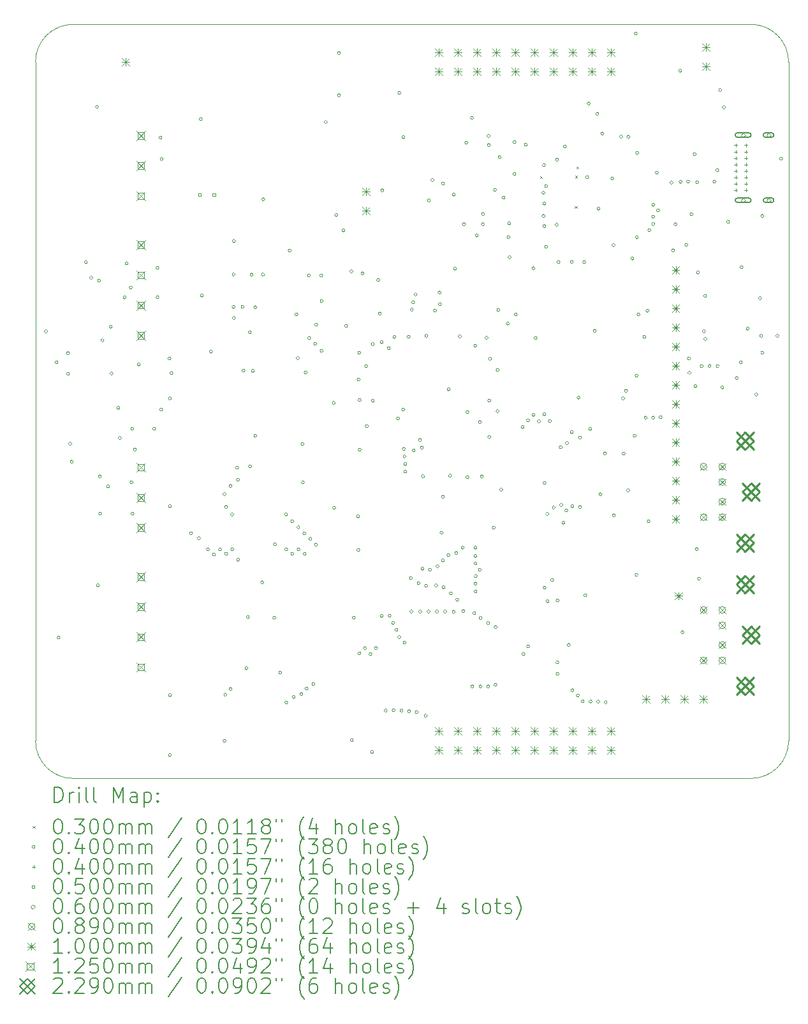
<source format=gbr>
%TF.GenerationSoftware,KiCad,Pcbnew,(6.0.7)*%
%TF.CreationDate,2023-03-28T13:11:09+02:00*%
%TF.ProjectId,open65,6f70656e-3635-42e6-9b69-6361645f7063,rev01*%
%TF.SameCoordinates,Original*%
%TF.FileFunction,Drillmap*%
%TF.FilePolarity,Positive*%
%FSLAX45Y45*%
G04 Gerber Fmt 4.5, Leading zero omitted, Abs format (unit mm)*
G04 Created by KiCad (PCBNEW (6.0.7)) date 2023-03-28 13:11:09*
%MOMM*%
%LPD*%
G01*
G04 APERTURE LIST*
%ADD10C,0.100000*%
%ADD11C,0.200000*%
%ADD12C,0.030000*%
%ADD13C,0.040000*%
%ADD14C,0.050000*%
%ADD15C,0.060000*%
%ADD16C,0.089000*%
%ADD17C,0.125000*%
%ADD18C,0.229000*%
G04 APERTURE END LIST*
D10*
X15500000Y-14500000D02*
X15500000Y-5500000D01*
X6000000Y-5000000D02*
X15000000Y-5000000D01*
X15000000Y-15000000D02*
G75*
G03*
X15500000Y-14500000I0J500000D01*
G01*
X15500000Y-5500000D02*
G75*
G03*
X15000000Y-5000000I-500000J0D01*
G01*
X5500000Y-14500000D02*
G75*
G03*
X6000000Y-15000000I500000J0D01*
G01*
X5500000Y-14500000D02*
X5500000Y-5498000D01*
X6000000Y-5000000D02*
G75*
G03*
X5500000Y-5498000I-1996J-498000D01*
G01*
X15000000Y-15000000D02*
X6000000Y-15000000D01*
D11*
D12*
X12200000Y-7010000D02*
X12230000Y-7040000D01*
X12230000Y-7010000D02*
X12200000Y-7040000D01*
X12659050Y-7408756D02*
X12689050Y-7438756D01*
X12689050Y-7408756D02*
X12659050Y-7438756D01*
X12665000Y-7008000D02*
X12695000Y-7038000D01*
X12695000Y-7008000D02*
X12665000Y-7038000D01*
X12681000Y-6884000D02*
X12711000Y-6914000D01*
X12711000Y-6884000D02*
X12681000Y-6914000D01*
D13*
X5660000Y-9070000D02*
G75*
G03*
X5660000Y-9070000I-20000J0D01*
G01*
X5800000Y-9480000D02*
G75*
G03*
X5800000Y-9480000I-20000J0D01*
G01*
X5827694Y-13132306D02*
G75*
G03*
X5827694Y-13132306I-20000J0D01*
G01*
X5950000Y-9360000D02*
G75*
G03*
X5950000Y-9360000I-20000J0D01*
G01*
X5952694Y-9632694D02*
G75*
G03*
X5952694Y-9632694I-20000J0D01*
G01*
X5980000Y-10560000D02*
G75*
G03*
X5980000Y-10560000I-20000J0D01*
G01*
X6000000Y-10800000D02*
G75*
G03*
X6000000Y-10800000I-20000J0D01*
G01*
X6190000Y-8155000D02*
G75*
G03*
X6190000Y-8155000I-20000J0D01*
G01*
X6260000Y-8360000D02*
G75*
G03*
X6260000Y-8360000I-20000J0D01*
G01*
X6337500Y-6092500D02*
G75*
G03*
X6337500Y-6092500I-20000J0D01*
G01*
X6350000Y-12440000D02*
G75*
G03*
X6350000Y-12440000I-20000J0D01*
G01*
X6365000Y-8398000D02*
G75*
G03*
X6365000Y-8398000I-20000J0D01*
G01*
X6375000Y-10995000D02*
G75*
G03*
X6375000Y-10995000I-20000J0D01*
G01*
X6380000Y-11490000D02*
G75*
G03*
X6380000Y-11490000I-20000J0D01*
G01*
X6410000Y-9190000D02*
G75*
G03*
X6410000Y-9190000I-20000J0D01*
G01*
X6485000Y-11128000D02*
G75*
G03*
X6485000Y-11128000I-20000J0D01*
G01*
X6520000Y-9010000D02*
G75*
G03*
X6520000Y-9010000I-20000J0D01*
G01*
X6530000Y-9630000D02*
G75*
G03*
X6530000Y-9630000I-20000J0D01*
G01*
X6620000Y-10085000D02*
G75*
G03*
X6620000Y-10085000I-20000J0D01*
G01*
X6640000Y-10485000D02*
G75*
G03*
X6640000Y-10485000I-20000J0D01*
G01*
X6703450Y-8620000D02*
G75*
G03*
X6703450Y-8620000I-20000J0D01*
G01*
X6730000Y-8170000D02*
G75*
G03*
X6730000Y-8170000I-20000J0D01*
G01*
X6784957Y-8489182D02*
G75*
G03*
X6784957Y-8489182I-20000J0D01*
G01*
X6795000Y-11073000D02*
G75*
G03*
X6795000Y-11073000I-20000J0D01*
G01*
X6805000Y-10363000D02*
G75*
G03*
X6805000Y-10363000I-20000J0D01*
G01*
X6808000Y-11488000D02*
G75*
G03*
X6808000Y-11488000I-20000J0D01*
G01*
X6840000Y-10640000D02*
G75*
G03*
X6840000Y-10640000I-20000J0D01*
G01*
X6890000Y-9510000D02*
G75*
G03*
X6890000Y-9510000I-20000J0D01*
G01*
X7095000Y-10363000D02*
G75*
G03*
X7095000Y-10363000I-20000J0D01*
G01*
X7140000Y-8230000D02*
G75*
G03*
X7140000Y-8230000I-20000J0D01*
G01*
X7140000Y-8620000D02*
G75*
G03*
X7140000Y-8620000I-20000J0D01*
G01*
X7180000Y-6500000D02*
G75*
G03*
X7180000Y-6500000I-20000J0D01*
G01*
X7190000Y-10110000D02*
G75*
G03*
X7190000Y-10110000I-20000J0D01*
G01*
X7195000Y-6785000D02*
G75*
G03*
X7195000Y-6785000I-20000J0D01*
G01*
X7300000Y-9430000D02*
G75*
G03*
X7300000Y-9430000I-20000J0D01*
G01*
X7305000Y-9960000D02*
G75*
G03*
X7305000Y-9960000I-20000J0D01*
G01*
X7305000Y-11390000D02*
G75*
G03*
X7305000Y-11390000I-20000J0D01*
G01*
X7305000Y-13895000D02*
G75*
G03*
X7305000Y-13895000I-20000J0D01*
G01*
X7305000Y-14690000D02*
G75*
G03*
X7305000Y-14690000I-20000J0D01*
G01*
X7325000Y-9625000D02*
G75*
G03*
X7325000Y-9625000I-20000J0D01*
G01*
X7585331Y-11749437D02*
G75*
G03*
X7585331Y-11749437I-20000J0D01*
G01*
X7690000Y-11815000D02*
G75*
G03*
X7690000Y-11815000I-20000J0D01*
G01*
X7715000Y-6255000D02*
G75*
G03*
X7715000Y-6255000I-20000J0D01*
G01*
X7730000Y-8595000D02*
G75*
G03*
X7730000Y-8595000I-20000J0D01*
G01*
X7810000Y-11962450D02*
G75*
G03*
X7810000Y-11962450I-20000J0D01*
G01*
X7850000Y-9340000D02*
G75*
G03*
X7850000Y-9340000I-20000J0D01*
G01*
X7890000Y-12030000D02*
G75*
G03*
X7890000Y-12030000I-20000J0D01*
G01*
X7970000Y-11962450D02*
G75*
G03*
X7970000Y-11962450I-20000J0D01*
G01*
X8030000Y-11230000D02*
G75*
G03*
X8030000Y-11230000I-20000J0D01*
G01*
X8030000Y-14500000D02*
G75*
G03*
X8030000Y-14500000I-20000J0D01*
G01*
X8040000Y-13888000D02*
G75*
G03*
X8040000Y-13888000I-20000J0D01*
G01*
X8050000Y-11400000D02*
G75*
G03*
X8050000Y-11400000I-20000J0D01*
G01*
X8051137Y-12020818D02*
G75*
G03*
X8051137Y-12020818I-20000J0D01*
G01*
X8110000Y-11120000D02*
G75*
G03*
X8110000Y-11120000I-20000J0D01*
G01*
X8110000Y-13814304D02*
G75*
G03*
X8110000Y-13814304I-20000J0D01*
G01*
X8130000Y-11500000D02*
G75*
G03*
X8130000Y-11500000I-20000J0D01*
G01*
X8132274Y-11962450D02*
G75*
G03*
X8132274Y-11962450I-20000J0D01*
G01*
X8150000Y-8318000D02*
G75*
G03*
X8150000Y-8318000I-20000J0D01*
G01*
X8150000Y-8748000D02*
G75*
G03*
X8150000Y-8748000I-20000J0D01*
G01*
X8154800Y-8893700D02*
G75*
G03*
X8154800Y-8893700I-20000J0D01*
G01*
X8155000Y-7875000D02*
G75*
G03*
X8155000Y-7875000I-20000J0D01*
G01*
X8198001Y-10877993D02*
G75*
G03*
X8198001Y-10877993I-20000J0D01*
G01*
X8210000Y-11040000D02*
G75*
G03*
X8210000Y-11040000I-20000J0D01*
G01*
X8210000Y-12100000D02*
G75*
G03*
X8210000Y-12100000I-20000J0D01*
G01*
X8270000Y-8746250D02*
G75*
G03*
X8270000Y-8746250I-20000J0D01*
G01*
X8281800Y-9592200D02*
G75*
G03*
X8281800Y-9592200I-20000J0D01*
G01*
X8320000Y-13540000D02*
G75*
G03*
X8320000Y-13540000I-20000J0D01*
G01*
X8340000Y-12860000D02*
G75*
G03*
X8340000Y-12860000I-20000J0D01*
G01*
X8365550Y-9084200D02*
G75*
G03*
X8365550Y-9084200I-20000J0D01*
G01*
X8369250Y-10860750D02*
G75*
G03*
X8369250Y-10860750I-20000J0D01*
G01*
X8390000Y-8318000D02*
G75*
G03*
X8390000Y-8318000I-20000J0D01*
G01*
X8405000Y-9595000D02*
G75*
G03*
X8405000Y-9595000I-20000J0D01*
G01*
X8438000Y-8750250D02*
G75*
G03*
X8438000Y-8750250I-20000J0D01*
G01*
X8440000Y-10455000D02*
G75*
G03*
X8440000Y-10455000I-20000J0D01*
G01*
X8530000Y-12400000D02*
G75*
G03*
X8530000Y-12400000I-20000J0D01*
G01*
X8540000Y-8318000D02*
G75*
G03*
X8540000Y-8318000I-20000J0D01*
G01*
X8545000Y-7320000D02*
G75*
G03*
X8545000Y-7320000I-20000J0D01*
G01*
X8690000Y-12870000D02*
G75*
G03*
X8690000Y-12870000I-20000J0D01*
G01*
X8700000Y-11894950D02*
G75*
G03*
X8700000Y-11894950I-20000J0D01*
G01*
X8770000Y-13595000D02*
G75*
G03*
X8770000Y-13595000I-20000J0D01*
G01*
X8848800Y-11500000D02*
G75*
G03*
X8848800Y-11500000I-20000J0D01*
G01*
X8850000Y-11962450D02*
G75*
G03*
X8850000Y-11962450I-20000J0D01*
G01*
X8850000Y-13992550D02*
G75*
G03*
X8850000Y-13992550I-20000J0D01*
G01*
X8895000Y-8000000D02*
G75*
G03*
X8895000Y-8000000I-20000J0D01*
G01*
X8930000Y-11590000D02*
G75*
G03*
X8930000Y-11590000I-20000J0D01*
G01*
X8931137Y-12020818D02*
G75*
G03*
X8931137Y-12020818I-20000J0D01*
G01*
X8950000Y-13920000D02*
G75*
G03*
X8950000Y-13920000I-20000J0D01*
G01*
X8985000Y-8845000D02*
G75*
G03*
X8985000Y-8845000I-20000J0D01*
G01*
X9003985Y-9426245D02*
G75*
G03*
X9003985Y-9426245I-20000J0D01*
G01*
X9010000Y-11670000D02*
G75*
G03*
X9010000Y-11670000I-20000J0D01*
G01*
X9012274Y-11962450D02*
G75*
G03*
X9012274Y-11962450I-20000J0D01*
G01*
X9050000Y-13880000D02*
G75*
G03*
X9050000Y-13880000I-20000J0D01*
G01*
X9065000Y-10565000D02*
G75*
G03*
X9065000Y-10565000I-20000J0D01*
G01*
X9070000Y-11075000D02*
G75*
G03*
X9070000Y-11075000I-20000J0D01*
G01*
X9090000Y-11750000D02*
G75*
G03*
X9090000Y-11750000I-20000J0D01*
G01*
X9092602Y-12021927D02*
G75*
G03*
X9092602Y-12021927I-20000J0D01*
G01*
X9107300Y-9617600D02*
G75*
G03*
X9107300Y-9617600I-20000J0D01*
G01*
X9120676Y-13809324D02*
G75*
G03*
X9120676Y-13809324I-20000J0D01*
G01*
X9150000Y-8331550D02*
G75*
G03*
X9150000Y-8331550I-20000J0D01*
G01*
X9154350Y-9160400D02*
G75*
G03*
X9154350Y-9160400I-20000J0D01*
G01*
X9170000Y-11822450D02*
G75*
G03*
X9170000Y-11822450I-20000J0D01*
G01*
X9210000Y-13750000D02*
G75*
G03*
X9210000Y-13750000I-20000J0D01*
G01*
X9234300Y-9236600D02*
G75*
G03*
X9234300Y-9236600I-20000J0D01*
G01*
X9242450Y-11900000D02*
G75*
G03*
X9242450Y-11900000I-20000J0D01*
G01*
X9247000Y-8982600D02*
G75*
G03*
X9247000Y-8982600I-20000J0D01*
G01*
X9315000Y-8331550D02*
G75*
G03*
X9315000Y-8331550I-20000J0D01*
G01*
X9317489Y-9331211D02*
G75*
G03*
X9317489Y-9331211I-20000J0D01*
G01*
X9320000Y-8668000D02*
G75*
G03*
X9320000Y-8668000I-20000J0D01*
G01*
X9375000Y-6295000D02*
G75*
G03*
X9375000Y-6295000I-20000J0D01*
G01*
X9480000Y-10019650D02*
G75*
G03*
X9480000Y-10019650I-20000J0D01*
G01*
X9485000Y-11410000D02*
G75*
G03*
X9485000Y-11410000I-20000J0D01*
G01*
X9513450Y-7528000D02*
G75*
G03*
X9513450Y-7528000I-20000J0D01*
G01*
X9550000Y-5380000D02*
G75*
G03*
X9550000Y-5380000I-20000J0D01*
G01*
X9550000Y-5940000D02*
G75*
G03*
X9550000Y-5940000I-20000J0D01*
G01*
X9608465Y-7731535D02*
G75*
G03*
X9608465Y-7731535I-20000J0D01*
G01*
X9645000Y-8998000D02*
G75*
G03*
X9645000Y-8998000I-20000J0D01*
G01*
X9715000Y-8275000D02*
G75*
G03*
X9715000Y-8275000I-20000J0D01*
G01*
X9720000Y-14492450D02*
G75*
G03*
X9720000Y-14492450I-20000J0D01*
G01*
X9747550Y-12867550D02*
G75*
G03*
X9747550Y-12867550I-20000J0D01*
G01*
X9805000Y-11525000D02*
G75*
G03*
X9805000Y-11525000I-20000J0D01*
G01*
X9805000Y-11970000D02*
G75*
G03*
X9805000Y-11970000I-20000J0D01*
G01*
X9810000Y-9710000D02*
G75*
G03*
X9810000Y-9710000I-20000J0D01*
G01*
X9820000Y-9355000D02*
G75*
G03*
X9820000Y-9355000I-20000J0D01*
G01*
X9821946Y-13340610D02*
G75*
G03*
X9821946Y-13340610I-20000J0D01*
G01*
X9825000Y-9983000D02*
G75*
G03*
X9825000Y-9983000I-20000J0D01*
G01*
X9825000Y-10640000D02*
G75*
G03*
X9825000Y-10640000I-20000J0D01*
G01*
X9863250Y-8301750D02*
G75*
G03*
X9863250Y-8301750I-20000J0D01*
G01*
X9895050Y-13272450D02*
G75*
G03*
X9895050Y-13272450I-20000J0D01*
G01*
X9910000Y-9530000D02*
G75*
G03*
X9910000Y-9530000I-20000J0D01*
G01*
X9920000Y-10330000D02*
G75*
G03*
X9920000Y-10330000I-20000J0D01*
G01*
X9967550Y-13352787D02*
G75*
G03*
X9967550Y-13352787I-20000J0D01*
G01*
X9990000Y-14650000D02*
G75*
G03*
X9990000Y-14650000I-20000J0D01*
G01*
X10000000Y-9240000D02*
G75*
G03*
X10000000Y-9240000I-20000J0D01*
G01*
X10000000Y-9993000D02*
G75*
G03*
X10000000Y-9993000I-20000J0D01*
G01*
X10040000Y-13272450D02*
G75*
G03*
X10040000Y-13272450I-20000J0D01*
G01*
X10070000Y-8390000D02*
G75*
G03*
X10070000Y-8390000I-20000J0D01*
G01*
X10090000Y-8835000D02*
G75*
G03*
X10090000Y-8835000I-20000J0D01*
G01*
X10116556Y-12846556D02*
G75*
G03*
X10116556Y-12846556I-20000J0D01*
G01*
X10116907Y-9213093D02*
G75*
G03*
X10116907Y-9213093I-20000J0D01*
G01*
X10125000Y-7200000D02*
G75*
G03*
X10125000Y-7200000I-20000J0D01*
G01*
X10170000Y-14100000D02*
G75*
G03*
X10170000Y-14100000I-20000J0D01*
G01*
X10210000Y-9295000D02*
G75*
G03*
X10210000Y-9295000I-20000J0D01*
G01*
X10222550Y-12843022D02*
G75*
G03*
X10222550Y-12843022I-20000J0D01*
G01*
X10267550Y-12938450D02*
G75*
G03*
X10267550Y-12938450I-20000J0D01*
G01*
X10276230Y-14096230D02*
G75*
G03*
X10276230Y-14096230I-20000J0D01*
G01*
X10285000Y-9145000D02*
G75*
G03*
X10285000Y-9145000I-20000J0D01*
G01*
X10312550Y-13028537D02*
G75*
G03*
X10312550Y-13028537I-20000J0D01*
G01*
X10335000Y-10228000D02*
G75*
G03*
X10335000Y-10228000I-20000J0D01*
G01*
X10350000Y-5910000D02*
G75*
G03*
X10350000Y-5910000I-20000J0D01*
G01*
X10350000Y-13127550D02*
G75*
G03*
X10350000Y-13127550I-20000J0D01*
G01*
X10380000Y-14100000D02*
G75*
G03*
X10380000Y-14100000I-20000J0D01*
G01*
X10403450Y-10108000D02*
G75*
G03*
X10403450Y-10108000I-20000J0D01*
G01*
X10405000Y-6495000D02*
G75*
G03*
X10405000Y-6495000I-20000J0D01*
G01*
X10410000Y-10630000D02*
G75*
G03*
X10410000Y-10630000I-20000J0D01*
G01*
X10418968Y-10730710D02*
G75*
G03*
X10418968Y-10730710I-20000J0D01*
G01*
X10420000Y-13200000D02*
G75*
G03*
X10420000Y-13200000I-20000J0D01*
G01*
X10430000Y-10830050D02*
G75*
G03*
X10430000Y-10830050I-20000J0D01*
G01*
X10430000Y-10930000D02*
G75*
G03*
X10430000Y-10930000I-20000J0D01*
G01*
X10475000Y-9144050D02*
G75*
G03*
X10475000Y-9144050I-20000J0D01*
G01*
X10480000Y-14110000D02*
G75*
G03*
X10480000Y-14110000I-20000J0D01*
G01*
X10505400Y-12344600D02*
G75*
G03*
X10505400Y-12344600I-20000J0D01*
G01*
X10510000Y-12787450D02*
G75*
G03*
X10510000Y-12787450I-20000J0D01*
G01*
X10517152Y-8783349D02*
G75*
G03*
X10517152Y-8783349I-20000J0D01*
G01*
X10535000Y-8685500D02*
G75*
G03*
X10535000Y-8685500I-20000J0D01*
G01*
X10541624Y-10648376D02*
G75*
G03*
X10541624Y-10648376I-20000J0D01*
G01*
X10567500Y-8580500D02*
G75*
G03*
X10567500Y-8580500I-20000J0D01*
G01*
X10580000Y-14122481D02*
G75*
G03*
X10580000Y-14122481I-20000J0D01*
G01*
X10607495Y-12410045D02*
G75*
G03*
X10607495Y-12410045I-20000J0D01*
G01*
X10624757Y-10512297D02*
G75*
G03*
X10624757Y-10512297I-20000J0D01*
G01*
X10630000Y-12787450D02*
G75*
G03*
X10630000Y-12787450I-20000J0D01*
G01*
X10650000Y-10614650D02*
G75*
G03*
X10650000Y-10614650I-20000J0D01*
G01*
X10658884Y-12218470D02*
G75*
G03*
X10658884Y-12218470I-20000J0D01*
G01*
X10665000Y-10993450D02*
G75*
G03*
X10665000Y-10993450I-20000J0D01*
G01*
X10700000Y-14167481D02*
G75*
G03*
X10700000Y-14167481I-20000J0D01*
G01*
X10706230Y-12446230D02*
G75*
G03*
X10706230Y-12446230I-20000J0D01*
G01*
X10710000Y-9130000D02*
G75*
G03*
X10710000Y-9130000I-20000J0D01*
G01*
X10739910Y-12787450D02*
G75*
G03*
X10739910Y-12787450I-20000J0D01*
G01*
X10745000Y-7335000D02*
G75*
G03*
X10745000Y-7335000I-20000J0D01*
G01*
X10757900Y-12232100D02*
G75*
G03*
X10757900Y-12232100I-20000J0D01*
G01*
X10790000Y-7065000D02*
G75*
G03*
X10790000Y-7065000I-20000J0D01*
G01*
X10826350Y-8795500D02*
G75*
G03*
X10826350Y-8795500I-20000J0D01*
G01*
X10840000Y-12440000D02*
G75*
G03*
X10840000Y-12440000I-20000J0D01*
G01*
X10850000Y-12787450D02*
G75*
G03*
X10850000Y-12787450I-20000J0D01*
G01*
X10857550Y-12185888D02*
G75*
G03*
X10857550Y-12185888I-20000J0D01*
G01*
X10885000Y-8556550D02*
G75*
G03*
X10885000Y-8556550I-20000J0D01*
G01*
X10889450Y-8710500D02*
G75*
G03*
X10889450Y-8710500I-20000J0D01*
G01*
X10910000Y-11740000D02*
G75*
G03*
X10910000Y-11740000I-20000J0D01*
G01*
X10930000Y-7110000D02*
G75*
G03*
X10930000Y-7110000I-20000J0D01*
G01*
X10930000Y-11265000D02*
G75*
G03*
X10930000Y-11265000I-20000J0D01*
G01*
X10930000Y-12110000D02*
G75*
G03*
X10930000Y-12110000I-20000J0D01*
G01*
X10936702Y-12465274D02*
G75*
G03*
X10936702Y-12465274I-20000J0D01*
G01*
X10960000Y-12787450D02*
G75*
G03*
X10960000Y-12787450I-20000J0D01*
G01*
X11002450Y-12040000D02*
G75*
G03*
X11002450Y-12040000I-20000J0D01*
G01*
X11005000Y-9840000D02*
G75*
G03*
X11005000Y-9840000I-20000J0D01*
G01*
X11025000Y-10985000D02*
G75*
G03*
X11025000Y-10985000I-20000J0D01*
G01*
X11035000Y-12545000D02*
G75*
G03*
X11035000Y-12545000I-20000J0D01*
G01*
X11071230Y-12788770D02*
G75*
G03*
X11071230Y-12788770I-20000J0D01*
G01*
X11075000Y-7258000D02*
G75*
G03*
X11075000Y-7258000I-20000J0D01*
G01*
X11090000Y-8240000D02*
G75*
G03*
X11090000Y-8240000I-20000J0D01*
G01*
X11107900Y-12010000D02*
G75*
G03*
X11107900Y-12010000I-20000J0D01*
G01*
X11120000Y-12630000D02*
G75*
G03*
X11120000Y-12630000I-20000J0D01*
G01*
X11155000Y-9138000D02*
G75*
G03*
X11155000Y-9138000I-20000J0D01*
G01*
X11190000Y-11940000D02*
G75*
G03*
X11190000Y-11940000I-20000J0D01*
G01*
X11200000Y-12780000D02*
G75*
G03*
X11200000Y-12780000I-20000J0D01*
G01*
X11210000Y-7650000D02*
G75*
G03*
X11210000Y-7650000I-20000J0D01*
G01*
X11240000Y-6570000D02*
G75*
G03*
X11240000Y-6570000I-20000J0D01*
G01*
X11255000Y-10143000D02*
G75*
G03*
X11255000Y-10143000I-20000J0D01*
G01*
X11255000Y-11005550D02*
G75*
G03*
X11255000Y-11005550I-20000J0D01*
G01*
X11315000Y-6240000D02*
G75*
G03*
X11315000Y-6240000I-20000J0D01*
G01*
X11320000Y-13780000D02*
G75*
G03*
X11320000Y-13780000I-20000J0D01*
G01*
X11344950Y-12810000D02*
G75*
G03*
X11344950Y-12810000I-20000J0D01*
G01*
X11360000Y-9260000D02*
G75*
G03*
X11360000Y-9260000I-20000J0D01*
G01*
X11362450Y-11940000D02*
G75*
G03*
X11362450Y-11940000I-20000J0D01*
G01*
X11362450Y-12050000D02*
G75*
G03*
X11362450Y-12050000I-20000J0D01*
G01*
X11362450Y-12149950D02*
G75*
G03*
X11362450Y-12149950I-20000J0D01*
G01*
X11362450Y-12416347D02*
G75*
G03*
X11362450Y-12416347I-20000J0D01*
G01*
X11362450Y-12520000D02*
G75*
G03*
X11362450Y-12520000I-20000J0D01*
G01*
X11365839Y-12316454D02*
G75*
G03*
X11365839Y-12316454I-20000J0D01*
G01*
X11380000Y-7800000D02*
G75*
G03*
X11380000Y-7800000I-20000J0D01*
G01*
X11420000Y-10275000D02*
G75*
G03*
X11420000Y-10275000I-20000J0D01*
G01*
X11420000Y-12232450D02*
G75*
G03*
X11420000Y-12232450I-20000J0D01*
G01*
X11428770Y-13781230D02*
G75*
G03*
X11428770Y-13781230I-20000J0D01*
G01*
X11430000Y-12872450D02*
G75*
G03*
X11430000Y-12872450I-20000J0D01*
G01*
X11445000Y-10993450D02*
G75*
G03*
X11445000Y-10993450I-20000J0D01*
G01*
X11460000Y-7650000D02*
G75*
G03*
X11460000Y-7650000I-20000J0D01*
G01*
X11462500Y-7515500D02*
G75*
G03*
X11462500Y-7515500I-20000J0D01*
G01*
X11510000Y-9155000D02*
G75*
G03*
X11510000Y-9155000I-20000J0D01*
G01*
X11530000Y-12940000D02*
G75*
G03*
X11530000Y-12940000I-20000J0D01*
G01*
X11530000Y-13780000D02*
G75*
G03*
X11530000Y-13780000I-20000J0D01*
G01*
X11535000Y-6480000D02*
G75*
G03*
X11535000Y-6480000I-20000J0D01*
G01*
X11540000Y-6600000D02*
G75*
G03*
X11540000Y-6600000I-20000J0D01*
G01*
X11545000Y-9990000D02*
G75*
G03*
X11545000Y-9990000I-20000J0D01*
G01*
X11545000Y-10470000D02*
G75*
G03*
X11545000Y-10470000I-20000J0D01*
G01*
X11555000Y-9435000D02*
G75*
G03*
X11555000Y-9435000I-20000J0D01*
G01*
X11605000Y-11675000D02*
G75*
G03*
X11605000Y-11675000I-20000J0D01*
G01*
X11620000Y-7195000D02*
G75*
G03*
X11620000Y-7195000I-20000J0D01*
G01*
X11627570Y-13758318D02*
G75*
G03*
X11627570Y-13758318I-20000J0D01*
G01*
X11630000Y-12992450D02*
G75*
G03*
X11630000Y-12992450I-20000J0D01*
G01*
X11655000Y-9585000D02*
G75*
G03*
X11655000Y-9585000I-20000J0D01*
G01*
X11655000Y-10130000D02*
G75*
G03*
X11655000Y-10130000I-20000J0D01*
G01*
X11665000Y-8788450D02*
G75*
G03*
X11665000Y-8788450I-20000J0D01*
G01*
X11681230Y-6761230D02*
G75*
G03*
X11681230Y-6761230I-20000J0D01*
G01*
X11705000Y-11170000D02*
G75*
G03*
X11705000Y-11170000I-20000J0D01*
G01*
X11735300Y-7298000D02*
G75*
G03*
X11735300Y-7298000I-20000J0D01*
G01*
X11790000Y-8968000D02*
G75*
G03*
X11790000Y-8968000I-20000J0D01*
G01*
X11800000Y-7822450D02*
G75*
G03*
X11800000Y-7822450I-20000J0D01*
G01*
X11810000Y-7638000D02*
G75*
G03*
X11810000Y-7638000I-20000J0D01*
G01*
X11815000Y-8090000D02*
G75*
G03*
X11815000Y-8090000I-20000J0D01*
G01*
X11878450Y-6985000D02*
G75*
G03*
X11878450Y-6985000I-20000J0D01*
G01*
X11880000Y-6560000D02*
G75*
G03*
X11880000Y-6560000I-20000J0D01*
G01*
X11895000Y-8846450D02*
G75*
G03*
X11895000Y-8846450I-20000J0D01*
G01*
X11987550Y-10340000D02*
G75*
G03*
X11987550Y-10340000I-20000J0D01*
G01*
X12000000Y-13350000D02*
G75*
G03*
X12000000Y-13350000I-20000J0D01*
G01*
X12030000Y-6595000D02*
G75*
G03*
X12030000Y-6595000I-20000J0D01*
G01*
X12060000Y-10250000D02*
G75*
G03*
X12060000Y-10250000I-20000J0D01*
G01*
X12060000Y-13250000D02*
G75*
G03*
X12060000Y-13250000I-20000J0D01*
G01*
X12130000Y-8235000D02*
G75*
G03*
X12130000Y-8235000I-20000J0D01*
G01*
X12130675Y-10179325D02*
G75*
G03*
X12130675Y-10179325I-20000J0D01*
G01*
X12160000Y-9160000D02*
G75*
G03*
X12160000Y-9160000I-20000J0D01*
G01*
X12204950Y-10264600D02*
G75*
G03*
X12204950Y-10264600I-20000J0D01*
G01*
X12263301Y-7232104D02*
G75*
G03*
X12263301Y-7232104I-20000J0D01*
G01*
X12265000Y-7540000D02*
G75*
G03*
X12265000Y-7540000I-20000J0D01*
G01*
X12270901Y-6865901D02*
G75*
G03*
X12270901Y-6865901I-20000J0D01*
G01*
X12275000Y-7375000D02*
G75*
G03*
X12275000Y-7375000I-20000J0D01*
G01*
X12275000Y-7675000D02*
G75*
G03*
X12275000Y-7675000I-20000J0D01*
G01*
X12275625Y-10170000D02*
G75*
G03*
X12275625Y-10170000I-20000J0D01*
G01*
X12279450Y-11080000D02*
G75*
G03*
X12279450Y-11080000I-20000J0D01*
G01*
X12280000Y-12470000D02*
G75*
G03*
X12280000Y-12470000I-20000J0D01*
G01*
X12300000Y-7143450D02*
G75*
G03*
X12300000Y-7143450I-20000J0D01*
G01*
X12300000Y-7950000D02*
G75*
G03*
X12300000Y-7950000I-20000J0D01*
G01*
X12315000Y-11493000D02*
G75*
G03*
X12315000Y-11493000I-20000J0D01*
G01*
X12320000Y-12650000D02*
G75*
G03*
X12320000Y-12650000I-20000J0D01*
G01*
X12349900Y-10260000D02*
G75*
G03*
X12349900Y-10260000I-20000J0D01*
G01*
X12380000Y-12370000D02*
G75*
G03*
X12380000Y-12370000I-20000J0D01*
G01*
X12400000Y-11408000D02*
G75*
G03*
X12400000Y-11408000I-20000J0D01*
G01*
X12440000Y-7658000D02*
G75*
G03*
X12440000Y-7658000I-20000J0D01*
G01*
X12445000Y-6795450D02*
G75*
G03*
X12445000Y-6795450I-20000J0D01*
G01*
X12448750Y-13461250D02*
G75*
G03*
X12448750Y-13461250I-20000J0D01*
G01*
X12450000Y-12640000D02*
G75*
G03*
X12450000Y-12640000I-20000J0D01*
G01*
X12450000Y-13614950D02*
G75*
G03*
X12450000Y-13614950I-20000J0D01*
G01*
X12465000Y-8151450D02*
G75*
G03*
X12465000Y-8151450I-20000J0D01*
G01*
X12493546Y-10606611D02*
G75*
G03*
X12493546Y-10606611I-20000J0D01*
G01*
X12500000Y-11372450D02*
G75*
G03*
X12500000Y-11372450I-20000J0D01*
G01*
X12530000Y-11610000D02*
G75*
G03*
X12530000Y-11610000I-20000J0D01*
G01*
X12550000Y-6620000D02*
G75*
G03*
X12550000Y-6620000I-20000J0D01*
G01*
X12567738Y-11446772D02*
G75*
G03*
X12567738Y-11446772I-20000J0D01*
G01*
X12577550Y-10552450D02*
G75*
G03*
X12577550Y-10552450I-20000J0D01*
G01*
X12600000Y-13230000D02*
G75*
G03*
X12600000Y-13230000I-20000J0D01*
G01*
X12640000Y-8151450D02*
G75*
G03*
X12640000Y-8151450I-20000J0D01*
G01*
X12640000Y-10407550D02*
G75*
G03*
X12640000Y-10407550I-20000J0D01*
G01*
X12650000Y-11390000D02*
G75*
G03*
X12650000Y-11390000I-20000J0D01*
G01*
X12650000Y-13830000D02*
G75*
G03*
X12650000Y-13830000I-20000J0D01*
G01*
X12720675Y-13900675D02*
G75*
G03*
X12720675Y-13900675I-20000J0D01*
G01*
X12730000Y-9950000D02*
G75*
G03*
X12730000Y-9950000I-20000J0D01*
G01*
X12750000Y-10480000D02*
G75*
G03*
X12750000Y-10480000I-20000J0D01*
G01*
X12750000Y-11400000D02*
G75*
G03*
X12750000Y-11400000I-20000J0D01*
G01*
X12784576Y-13977531D02*
G75*
G03*
X12784576Y-13977531I-20000J0D01*
G01*
X12805000Y-8151450D02*
G75*
G03*
X12805000Y-8151450I-20000J0D01*
G01*
X12820000Y-12570000D02*
G75*
G03*
X12820000Y-12570000I-20000J0D01*
G01*
X12845000Y-7025000D02*
G75*
G03*
X12845000Y-7025000I-20000J0D01*
G01*
X12865000Y-6050000D02*
G75*
G03*
X12865000Y-6050000I-20000J0D01*
G01*
X12885000Y-10365000D02*
G75*
G03*
X12885000Y-10365000I-20000J0D01*
G01*
X12890000Y-13980000D02*
G75*
G03*
X12890000Y-13980000I-20000J0D01*
G01*
X12945000Y-9065000D02*
G75*
G03*
X12945000Y-9065000I-20000J0D01*
G01*
X12980000Y-6185000D02*
G75*
G03*
X12980000Y-6185000I-20000J0D01*
G01*
X12991205Y-13981255D02*
G75*
G03*
X12991205Y-13981255I-20000J0D01*
G01*
X12995000Y-7445000D02*
G75*
G03*
X12995000Y-7445000I-20000J0D01*
G01*
X13020000Y-11232450D02*
G75*
G03*
X13020000Y-11232450I-20000J0D01*
G01*
X13045000Y-6448450D02*
G75*
G03*
X13045000Y-6448450I-20000J0D01*
G01*
X13080000Y-10690000D02*
G75*
G03*
X13080000Y-10690000I-20000J0D01*
G01*
X13090766Y-13990068D02*
G75*
G03*
X13090766Y-13990068I-20000J0D01*
G01*
X13177500Y-7042500D02*
G75*
G03*
X13177500Y-7042500I-20000J0D01*
G01*
X13195000Y-7928000D02*
G75*
G03*
X13195000Y-7928000I-20000J0D01*
G01*
X13200000Y-11510000D02*
G75*
G03*
X13200000Y-11510000I-20000J0D01*
G01*
X13295000Y-6489450D02*
G75*
G03*
X13295000Y-6489450I-20000J0D01*
G01*
X13322450Y-9960000D02*
G75*
G03*
X13322450Y-9960000I-20000J0D01*
G01*
X13330000Y-10690000D02*
G75*
G03*
X13330000Y-10690000I-20000J0D01*
G01*
X13360000Y-9860000D02*
G75*
G03*
X13360000Y-9860000I-20000J0D01*
G01*
X13390000Y-11180000D02*
G75*
G03*
X13390000Y-11180000I-20000J0D01*
G01*
X13390949Y-6490005D02*
G75*
G03*
X13390949Y-6490005I-20000J0D01*
G01*
X13445601Y-8103722D02*
G75*
G03*
X13445601Y-8103722I-20000J0D01*
G01*
X13475000Y-10455000D02*
G75*
G03*
X13475000Y-10455000I-20000J0D01*
G01*
X13490000Y-5120000D02*
G75*
G03*
X13490000Y-5120000I-20000J0D01*
G01*
X13500000Y-9657450D02*
G75*
G03*
X13500000Y-9657450I-20000J0D01*
G01*
X13500000Y-12300000D02*
G75*
G03*
X13500000Y-12300000I-20000J0D01*
G01*
X13505000Y-7825000D02*
G75*
G03*
X13505000Y-7825000I-20000J0D01*
G01*
X13510000Y-6705000D02*
G75*
G03*
X13510000Y-6705000I-20000J0D01*
G01*
X13525000Y-8848000D02*
G75*
G03*
X13525000Y-8848000I-20000J0D01*
G01*
X13605000Y-9143000D02*
G75*
G03*
X13605000Y-9143000I-20000J0D01*
G01*
X13620254Y-10215550D02*
G75*
G03*
X13620254Y-10215550I-20000J0D01*
G01*
X13645000Y-8798000D02*
G75*
G03*
X13645000Y-8798000I-20000J0D01*
G01*
X13660000Y-11590000D02*
G75*
G03*
X13660000Y-11590000I-20000J0D01*
G01*
X13669578Y-7728656D02*
G75*
G03*
X13669578Y-7728656I-20000J0D01*
G01*
X13720204Y-10215550D02*
G75*
G03*
X13720204Y-10215550I-20000J0D01*
G01*
X13721550Y-7393450D02*
G75*
G03*
X13721550Y-7393450I-20000J0D01*
G01*
X13721550Y-7552050D02*
G75*
G03*
X13721550Y-7552050I-20000J0D01*
G01*
X13721550Y-7648000D02*
G75*
G03*
X13721550Y-7648000I-20000J0D01*
G01*
X13770000Y-6965000D02*
G75*
G03*
X13770000Y-6965000I-20000J0D01*
G01*
X13784868Y-7465542D02*
G75*
G03*
X13784868Y-7465542I-20000J0D01*
G01*
X13820000Y-10210000D02*
G75*
G03*
X13820000Y-10210000I-20000J0D01*
G01*
X13965000Y-7098000D02*
G75*
G03*
X13965000Y-7098000I-20000J0D01*
G01*
X13985450Y-7996450D02*
G75*
G03*
X13985450Y-7996450I-20000J0D01*
G01*
X14016550Y-7650000D02*
G75*
G03*
X14016550Y-7650000I-20000J0D01*
G01*
X14080000Y-5614000D02*
G75*
G03*
X14080000Y-5614000I-20000J0D01*
G01*
X14085000Y-7088000D02*
G75*
G03*
X14085000Y-7088000I-20000J0D01*
G01*
X14110000Y-13060000D02*
G75*
G03*
X14110000Y-13060000I-20000J0D01*
G01*
X14160000Y-7923000D02*
G75*
G03*
X14160000Y-7923000I-20000J0D01*
G01*
X14185000Y-7083000D02*
G75*
G03*
X14185000Y-7083000I-20000J0D01*
G01*
X14195000Y-9430000D02*
G75*
G03*
X14195000Y-9430000I-20000J0D01*
G01*
X14202550Y-9619910D02*
G75*
G03*
X14202550Y-9619910I-20000J0D01*
G01*
X14230000Y-7518000D02*
G75*
G03*
X14230000Y-7518000I-20000J0D01*
G01*
X14270625Y-6720625D02*
G75*
G03*
X14270625Y-6720625I-20000J0D01*
G01*
X14282581Y-9796506D02*
G75*
G03*
X14282581Y-9796506I-20000J0D01*
G01*
X14300000Y-11960000D02*
G75*
G03*
X14300000Y-11960000I-20000J0D01*
G01*
X14305000Y-7093000D02*
G75*
G03*
X14305000Y-7093000I-20000J0D01*
G01*
X14315000Y-8290000D02*
G75*
G03*
X14315000Y-8290000I-20000J0D01*
G01*
X14330000Y-12350000D02*
G75*
G03*
X14330000Y-12350000I-20000J0D01*
G01*
X14365000Y-9532050D02*
G75*
G03*
X14365000Y-9532050I-20000J0D01*
G01*
X14395000Y-9070000D02*
G75*
G03*
X14395000Y-9070000I-20000J0D01*
G01*
X14410000Y-8600000D02*
G75*
G03*
X14410000Y-8600000I-20000J0D01*
G01*
X14413770Y-9173770D02*
G75*
G03*
X14413770Y-9173770I-20000J0D01*
G01*
X14470000Y-9530000D02*
G75*
G03*
X14470000Y-9530000I-20000J0D01*
G01*
X14534927Y-7084927D02*
G75*
G03*
X14534927Y-7084927I-20000J0D01*
G01*
X14573073Y-6933073D02*
G75*
G03*
X14573073Y-6933073I-20000J0D01*
G01*
X14575000Y-9532050D02*
G75*
G03*
X14575000Y-9532050I-20000J0D01*
G01*
X14610000Y-5870000D02*
G75*
G03*
X14610000Y-5870000I-20000J0D01*
G01*
X14640000Y-9815000D02*
G75*
G03*
X14640000Y-9815000I-20000J0D01*
G01*
X14660000Y-6099000D02*
G75*
G03*
X14660000Y-6099000I-20000J0D01*
G01*
X14715000Y-7620000D02*
G75*
G03*
X14715000Y-7620000I-20000J0D01*
G01*
X14830000Y-9690000D02*
G75*
G03*
X14830000Y-9690000I-20000J0D01*
G01*
X14885000Y-9480000D02*
G75*
G03*
X14885000Y-9480000I-20000J0D01*
G01*
X14895000Y-8220000D02*
G75*
G03*
X14895000Y-8220000I-20000J0D01*
G01*
X14975000Y-9035000D02*
G75*
G03*
X14975000Y-9035000I-20000J0D01*
G01*
X15090000Y-9910000D02*
G75*
G03*
X15090000Y-9910000I-20000J0D01*
G01*
X15140000Y-8630000D02*
G75*
G03*
X15140000Y-8630000I-20000J0D01*
G01*
X15155000Y-9130000D02*
G75*
G03*
X15155000Y-9130000I-20000J0D01*
G01*
X15170000Y-7540000D02*
G75*
G03*
X15170000Y-7540000I-20000J0D01*
G01*
X15170000Y-9355000D02*
G75*
G03*
X15170000Y-9355000I-20000J0D01*
G01*
X15371000Y-9129000D02*
G75*
G03*
X15371000Y-9129000I-20000J0D01*
G01*
X15420000Y-6780000D02*
G75*
G03*
X15420000Y-6780000I-20000J0D01*
G01*
X14797500Y-6582500D02*
X14797500Y-6622500D01*
X14777500Y-6602500D02*
X14817500Y-6602500D01*
X14797500Y-6667500D02*
X14797500Y-6707500D01*
X14777500Y-6687500D02*
X14817500Y-6687500D01*
X14797500Y-6752500D02*
X14797500Y-6792500D01*
X14777500Y-6772500D02*
X14817500Y-6772500D01*
X14797500Y-6837500D02*
X14797500Y-6877500D01*
X14777500Y-6857500D02*
X14817500Y-6857500D01*
X14797500Y-6922500D02*
X14797500Y-6962500D01*
X14777500Y-6942500D02*
X14817500Y-6942500D01*
X14797500Y-7007500D02*
X14797500Y-7047500D01*
X14777500Y-7027500D02*
X14817500Y-7027500D01*
X14797500Y-7092500D02*
X14797500Y-7132500D01*
X14777500Y-7112500D02*
X14817500Y-7112500D01*
X14797500Y-7177500D02*
X14797500Y-7217500D01*
X14777500Y-7197500D02*
X14817500Y-7197500D01*
X14932500Y-6582500D02*
X14932500Y-6622500D01*
X14912500Y-6602500D02*
X14952500Y-6602500D01*
X14932500Y-6667500D02*
X14932500Y-6707500D01*
X14912500Y-6687500D02*
X14952500Y-6687500D01*
X14932500Y-6752500D02*
X14932500Y-6792500D01*
X14912500Y-6772500D02*
X14952500Y-6772500D01*
X14932500Y-6837500D02*
X14932500Y-6877500D01*
X14912500Y-6857500D02*
X14952500Y-6857500D01*
X14932500Y-6922500D02*
X14932500Y-6962500D01*
X14912500Y-6942500D02*
X14952500Y-6942500D01*
X14932500Y-7007500D02*
X14932500Y-7047500D01*
X14912500Y-7027500D02*
X14952500Y-7027500D01*
X14932500Y-7092500D02*
X14932500Y-7132500D01*
X14912500Y-7112500D02*
X14952500Y-7112500D01*
X14932500Y-7177500D02*
X14932500Y-7217500D01*
X14912500Y-7197500D02*
X14952500Y-7197500D01*
D14*
X7697678Y-7275678D02*
X7697678Y-7240322D01*
X7662322Y-7240322D01*
X7662322Y-7275678D01*
X7697678Y-7275678D01*
X7887678Y-7275678D02*
X7887678Y-7240322D01*
X7852322Y-7240322D01*
X7852322Y-7275678D01*
X7887678Y-7275678D01*
D15*
X14895500Y-6497500D02*
X14925500Y-6467500D01*
X14895500Y-6437500D01*
X14865500Y-6467500D01*
X14895500Y-6497500D01*
D11*
X14820500Y-6497500D02*
X14970500Y-6497500D01*
X14820500Y-6437500D02*
X14970500Y-6437500D01*
X14970500Y-6497500D02*
G75*
G03*
X14970500Y-6437500I0J30000D01*
G01*
X14820500Y-6437500D02*
G75*
G03*
X14820500Y-6497500I0J-30000D01*
G01*
D15*
X14895500Y-7362500D02*
X14925500Y-7332500D01*
X14895500Y-7302500D01*
X14865500Y-7332500D01*
X14895500Y-7362500D01*
D11*
X14820500Y-7362500D02*
X14970500Y-7362500D01*
X14820500Y-7302500D02*
X14970500Y-7302500D01*
X14970500Y-7362500D02*
G75*
G03*
X14970500Y-7302500I0J30000D01*
G01*
X14820500Y-7302500D02*
G75*
G03*
X14820500Y-7362500I0J-30000D01*
G01*
D15*
X15233500Y-6497500D02*
X15263500Y-6467500D01*
X15233500Y-6437500D01*
X15203500Y-6467500D01*
X15233500Y-6497500D01*
D11*
X15193500Y-6497500D02*
X15273500Y-6497500D01*
X15193500Y-6437500D02*
X15273500Y-6437500D01*
X15273500Y-6497500D02*
G75*
G03*
X15273500Y-6437500I0J30000D01*
G01*
X15193500Y-6437500D02*
G75*
G03*
X15193500Y-6497500I0J-30000D01*
G01*
D15*
X15233500Y-7362500D02*
X15263500Y-7332500D01*
X15233500Y-7302500D01*
X15203500Y-7332500D01*
X15233500Y-7362500D01*
D11*
X15193500Y-7362500D02*
X15273500Y-7362500D01*
X15193500Y-7302500D02*
X15273500Y-7302500D01*
X15273500Y-7362500D02*
G75*
G03*
X15273500Y-7302500I0J30000D01*
G01*
X15193500Y-7302500D02*
G75*
G03*
X15193500Y-7362500I0J-30000D01*
G01*
D16*
X14325500Y-10820500D02*
X14414500Y-10909500D01*
X14414500Y-10820500D02*
X14325500Y-10909500D01*
X14414500Y-10865000D02*
G75*
G03*
X14414500Y-10865000I-44500J0D01*
G01*
X14325500Y-11490500D02*
X14414500Y-11579500D01*
X14414500Y-11490500D02*
X14325500Y-11579500D01*
X14414500Y-11535000D02*
G75*
G03*
X14414500Y-11535000I-44500J0D01*
G01*
X14325500Y-12720500D02*
X14414500Y-12809500D01*
X14414500Y-12720500D02*
X14325500Y-12809500D01*
X14414500Y-12765000D02*
G75*
G03*
X14414500Y-12765000I-44500J0D01*
G01*
X14325500Y-13390500D02*
X14414500Y-13479500D01*
X14414500Y-13390500D02*
X14325500Y-13479500D01*
X14414500Y-13435000D02*
G75*
G03*
X14414500Y-13435000I-44500J0D01*
G01*
X14574500Y-10820500D02*
X14663500Y-10909500D01*
X14663500Y-10820500D02*
X14574500Y-10909500D01*
X14663500Y-10865000D02*
G75*
G03*
X14663500Y-10865000I-44500J0D01*
G01*
X14574500Y-11025500D02*
X14663500Y-11114500D01*
X14663500Y-11025500D02*
X14574500Y-11114500D01*
X14663500Y-11070000D02*
G75*
G03*
X14663500Y-11070000I-44500J0D01*
G01*
X14574500Y-11285500D02*
X14663500Y-11374500D01*
X14663500Y-11285500D02*
X14574500Y-11374500D01*
X14663500Y-11330000D02*
G75*
G03*
X14663500Y-11330000I-44500J0D01*
G01*
X14574500Y-11490500D02*
X14663500Y-11579500D01*
X14663500Y-11490500D02*
X14574500Y-11579500D01*
X14663500Y-11535000D02*
G75*
G03*
X14663500Y-11535000I-44500J0D01*
G01*
X14574500Y-12720500D02*
X14663500Y-12809500D01*
X14663500Y-12720500D02*
X14574500Y-12809500D01*
X14663500Y-12765000D02*
G75*
G03*
X14663500Y-12765000I-44500J0D01*
G01*
X14574500Y-12925500D02*
X14663500Y-13014500D01*
X14663500Y-12925500D02*
X14574500Y-13014500D01*
X14663500Y-12970000D02*
G75*
G03*
X14663500Y-12970000I-44500J0D01*
G01*
X14574500Y-13185500D02*
X14663500Y-13274500D01*
X14663500Y-13185500D02*
X14574500Y-13274500D01*
X14663500Y-13230000D02*
G75*
G03*
X14663500Y-13230000I-44500J0D01*
G01*
X14574500Y-13390500D02*
X14663500Y-13479500D01*
X14663500Y-13390500D02*
X14574500Y-13479500D01*
X14663500Y-13435000D02*
G75*
G03*
X14663500Y-13435000I-44500J0D01*
G01*
D10*
X6650000Y-5450000D02*
X6750000Y-5550000D01*
X6750000Y-5450000D02*
X6650000Y-5550000D01*
X6700000Y-5450000D02*
X6700000Y-5550000D01*
X6650000Y-5500000D02*
X6750000Y-5500000D01*
X9837500Y-7169000D02*
X9937500Y-7269000D01*
X9937500Y-7169000D02*
X9837500Y-7269000D01*
X9887500Y-7169000D02*
X9887500Y-7269000D01*
X9837500Y-7219000D02*
X9937500Y-7219000D01*
X9837500Y-7423000D02*
X9937500Y-7523000D01*
X9937500Y-7423000D02*
X9837500Y-7523000D01*
X9887500Y-7423000D02*
X9887500Y-7523000D01*
X9837500Y-7473000D02*
X9937500Y-7473000D01*
X10807500Y-5323500D02*
X10907500Y-5423500D01*
X10907500Y-5323500D02*
X10807500Y-5423500D01*
X10857500Y-5323500D02*
X10857500Y-5423500D01*
X10807500Y-5373500D02*
X10907500Y-5373500D01*
X10807500Y-5577500D02*
X10907500Y-5677500D01*
X10907500Y-5577500D02*
X10807500Y-5677500D01*
X10857500Y-5577500D02*
X10857500Y-5677500D01*
X10807500Y-5627500D02*
X10907500Y-5627500D01*
X10807500Y-14323500D02*
X10907500Y-14423500D01*
X10907500Y-14323500D02*
X10807500Y-14423500D01*
X10857500Y-14323500D02*
X10857500Y-14423500D01*
X10807500Y-14373500D02*
X10907500Y-14373500D01*
X10807500Y-14577500D02*
X10907500Y-14677500D01*
X10907500Y-14577500D02*
X10807500Y-14677500D01*
X10857500Y-14577500D02*
X10857500Y-14677500D01*
X10807500Y-14627500D02*
X10907500Y-14627500D01*
X11061500Y-5323500D02*
X11161500Y-5423500D01*
X11161500Y-5323500D02*
X11061500Y-5423500D01*
X11111500Y-5323500D02*
X11111500Y-5423500D01*
X11061500Y-5373500D02*
X11161500Y-5373500D01*
X11061500Y-5577500D02*
X11161500Y-5677500D01*
X11161500Y-5577500D02*
X11061500Y-5677500D01*
X11111500Y-5577500D02*
X11111500Y-5677500D01*
X11061500Y-5627500D02*
X11161500Y-5627500D01*
X11061500Y-14323500D02*
X11161500Y-14423500D01*
X11161500Y-14323500D02*
X11061500Y-14423500D01*
X11111500Y-14323500D02*
X11111500Y-14423500D01*
X11061500Y-14373500D02*
X11161500Y-14373500D01*
X11061500Y-14577500D02*
X11161500Y-14677500D01*
X11161500Y-14577500D02*
X11061500Y-14677500D01*
X11111500Y-14577500D02*
X11111500Y-14677500D01*
X11061500Y-14627500D02*
X11161500Y-14627500D01*
X11315500Y-5323500D02*
X11415500Y-5423500D01*
X11415500Y-5323500D02*
X11315500Y-5423500D01*
X11365500Y-5323500D02*
X11365500Y-5423500D01*
X11315500Y-5373500D02*
X11415500Y-5373500D01*
X11315500Y-5577500D02*
X11415500Y-5677500D01*
X11415500Y-5577500D02*
X11315500Y-5677500D01*
X11365500Y-5577500D02*
X11365500Y-5677500D01*
X11315500Y-5627500D02*
X11415500Y-5627500D01*
X11315500Y-14323500D02*
X11415500Y-14423500D01*
X11415500Y-14323500D02*
X11315500Y-14423500D01*
X11365500Y-14323500D02*
X11365500Y-14423500D01*
X11315500Y-14373500D02*
X11415500Y-14373500D01*
X11315500Y-14577500D02*
X11415500Y-14677500D01*
X11415500Y-14577500D02*
X11315500Y-14677500D01*
X11365500Y-14577500D02*
X11365500Y-14677500D01*
X11315500Y-14627500D02*
X11415500Y-14627500D01*
X11569500Y-5323500D02*
X11669500Y-5423500D01*
X11669500Y-5323500D02*
X11569500Y-5423500D01*
X11619500Y-5323500D02*
X11619500Y-5423500D01*
X11569500Y-5373500D02*
X11669500Y-5373500D01*
X11569500Y-5577500D02*
X11669500Y-5677500D01*
X11669500Y-5577500D02*
X11569500Y-5677500D01*
X11619500Y-5577500D02*
X11619500Y-5677500D01*
X11569500Y-5627500D02*
X11669500Y-5627500D01*
X11569500Y-14323500D02*
X11669500Y-14423500D01*
X11669500Y-14323500D02*
X11569500Y-14423500D01*
X11619500Y-14323500D02*
X11619500Y-14423500D01*
X11569500Y-14373500D02*
X11669500Y-14373500D01*
X11569500Y-14577500D02*
X11669500Y-14677500D01*
X11669500Y-14577500D02*
X11569500Y-14677500D01*
X11619500Y-14577500D02*
X11619500Y-14677500D01*
X11569500Y-14627500D02*
X11669500Y-14627500D01*
X11823500Y-5323500D02*
X11923500Y-5423500D01*
X11923500Y-5323500D02*
X11823500Y-5423500D01*
X11873500Y-5323500D02*
X11873500Y-5423500D01*
X11823500Y-5373500D02*
X11923500Y-5373500D01*
X11823500Y-5577500D02*
X11923500Y-5677500D01*
X11923500Y-5577500D02*
X11823500Y-5677500D01*
X11873500Y-5577500D02*
X11873500Y-5677500D01*
X11823500Y-5627500D02*
X11923500Y-5627500D01*
X11823500Y-14323500D02*
X11923500Y-14423500D01*
X11923500Y-14323500D02*
X11823500Y-14423500D01*
X11873500Y-14323500D02*
X11873500Y-14423500D01*
X11823500Y-14373500D02*
X11923500Y-14373500D01*
X11823500Y-14577500D02*
X11923500Y-14677500D01*
X11923500Y-14577500D02*
X11823500Y-14677500D01*
X11873500Y-14577500D02*
X11873500Y-14677500D01*
X11823500Y-14627500D02*
X11923500Y-14627500D01*
X12077500Y-5323500D02*
X12177500Y-5423500D01*
X12177500Y-5323500D02*
X12077500Y-5423500D01*
X12127500Y-5323500D02*
X12127500Y-5423500D01*
X12077500Y-5373500D02*
X12177500Y-5373500D01*
X12077500Y-5577500D02*
X12177500Y-5677500D01*
X12177500Y-5577500D02*
X12077500Y-5677500D01*
X12127500Y-5577500D02*
X12127500Y-5677500D01*
X12077500Y-5627500D02*
X12177500Y-5627500D01*
X12077500Y-14323500D02*
X12177500Y-14423500D01*
X12177500Y-14323500D02*
X12077500Y-14423500D01*
X12127500Y-14323500D02*
X12127500Y-14423500D01*
X12077500Y-14373500D02*
X12177500Y-14373500D01*
X12077500Y-14577500D02*
X12177500Y-14677500D01*
X12177500Y-14577500D02*
X12077500Y-14677500D01*
X12127500Y-14577500D02*
X12127500Y-14677500D01*
X12077500Y-14627500D02*
X12177500Y-14627500D01*
X12331500Y-5323500D02*
X12431500Y-5423500D01*
X12431500Y-5323500D02*
X12331500Y-5423500D01*
X12381500Y-5323500D02*
X12381500Y-5423500D01*
X12331500Y-5373500D02*
X12431500Y-5373500D01*
X12331500Y-5577500D02*
X12431500Y-5677500D01*
X12431500Y-5577500D02*
X12331500Y-5677500D01*
X12381500Y-5577500D02*
X12381500Y-5677500D01*
X12331500Y-5627500D02*
X12431500Y-5627500D01*
X12331500Y-14323500D02*
X12431500Y-14423500D01*
X12431500Y-14323500D02*
X12331500Y-14423500D01*
X12381500Y-14323500D02*
X12381500Y-14423500D01*
X12331500Y-14373500D02*
X12431500Y-14373500D01*
X12331500Y-14577500D02*
X12431500Y-14677500D01*
X12431500Y-14577500D02*
X12331500Y-14677500D01*
X12381500Y-14577500D02*
X12381500Y-14677500D01*
X12331500Y-14627500D02*
X12431500Y-14627500D01*
X12585500Y-5323500D02*
X12685500Y-5423500D01*
X12685500Y-5323500D02*
X12585500Y-5423500D01*
X12635500Y-5323500D02*
X12635500Y-5423500D01*
X12585500Y-5373500D02*
X12685500Y-5373500D01*
X12585500Y-5577500D02*
X12685500Y-5677500D01*
X12685500Y-5577500D02*
X12585500Y-5677500D01*
X12635500Y-5577500D02*
X12635500Y-5677500D01*
X12585500Y-5627500D02*
X12685500Y-5627500D01*
X12585500Y-14323500D02*
X12685500Y-14423500D01*
X12685500Y-14323500D02*
X12585500Y-14423500D01*
X12635500Y-14323500D02*
X12635500Y-14423500D01*
X12585500Y-14373500D02*
X12685500Y-14373500D01*
X12585500Y-14577500D02*
X12685500Y-14677500D01*
X12685500Y-14577500D02*
X12585500Y-14677500D01*
X12635500Y-14577500D02*
X12635500Y-14677500D01*
X12585500Y-14627500D02*
X12685500Y-14627500D01*
X12839500Y-5323500D02*
X12939500Y-5423500D01*
X12939500Y-5323500D02*
X12839500Y-5423500D01*
X12889500Y-5323500D02*
X12889500Y-5423500D01*
X12839500Y-5373500D02*
X12939500Y-5373500D01*
X12839500Y-5577500D02*
X12939500Y-5677500D01*
X12939500Y-5577500D02*
X12839500Y-5677500D01*
X12889500Y-5577500D02*
X12889500Y-5677500D01*
X12839500Y-5627500D02*
X12939500Y-5627500D01*
X12839500Y-14323500D02*
X12939500Y-14423500D01*
X12939500Y-14323500D02*
X12839500Y-14423500D01*
X12889500Y-14323500D02*
X12889500Y-14423500D01*
X12839500Y-14373500D02*
X12939500Y-14373500D01*
X12839500Y-14577500D02*
X12939500Y-14677500D01*
X12939500Y-14577500D02*
X12839500Y-14677500D01*
X12889500Y-14577500D02*
X12889500Y-14677500D01*
X12839500Y-14627500D02*
X12939500Y-14627500D01*
X13093500Y-5323500D02*
X13193500Y-5423500D01*
X13193500Y-5323500D02*
X13093500Y-5423500D01*
X13143500Y-5323500D02*
X13143500Y-5423500D01*
X13093500Y-5373500D02*
X13193500Y-5373500D01*
X13093500Y-5577500D02*
X13193500Y-5677500D01*
X13193500Y-5577500D02*
X13093500Y-5677500D01*
X13143500Y-5577500D02*
X13143500Y-5677500D01*
X13093500Y-5627500D02*
X13193500Y-5627500D01*
X13093500Y-14323500D02*
X13193500Y-14423500D01*
X13193500Y-14323500D02*
X13093500Y-14423500D01*
X13143500Y-14323500D02*
X13143500Y-14423500D01*
X13093500Y-14373500D02*
X13193500Y-14373500D01*
X13093500Y-14577500D02*
X13193500Y-14677500D01*
X13193500Y-14577500D02*
X13093500Y-14677500D01*
X13143500Y-14577500D02*
X13143500Y-14677500D01*
X13093500Y-14627500D02*
X13193500Y-14627500D01*
X13555000Y-13900000D02*
X13655000Y-14000000D01*
X13655000Y-13900000D02*
X13555000Y-14000000D01*
X13605000Y-13900000D02*
X13605000Y-14000000D01*
X13555000Y-13950000D02*
X13655000Y-13950000D01*
X13809000Y-13900000D02*
X13909000Y-14000000D01*
X13909000Y-13900000D02*
X13809000Y-14000000D01*
X13859000Y-13900000D02*
X13859000Y-14000000D01*
X13809000Y-13950000D02*
X13909000Y-13950000D01*
X13950000Y-8206000D02*
X14050000Y-8306000D01*
X14050000Y-8206000D02*
X13950000Y-8306000D01*
X14000000Y-8206000D02*
X14000000Y-8306000D01*
X13950000Y-8256000D02*
X14050000Y-8256000D01*
X13950000Y-8460000D02*
X14050000Y-8560000D01*
X14050000Y-8460000D02*
X13950000Y-8560000D01*
X14000000Y-8460000D02*
X14000000Y-8560000D01*
X13950000Y-8510000D02*
X14050000Y-8510000D01*
X13950000Y-8714000D02*
X14050000Y-8814000D01*
X14050000Y-8714000D02*
X13950000Y-8814000D01*
X14000000Y-8714000D02*
X14000000Y-8814000D01*
X13950000Y-8764000D02*
X14050000Y-8764000D01*
X13950000Y-8968000D02*
X14050000Y-9068000D01*
X14050000Y-8968000D02*
X13950000Y-9068000D01*
X14000000Y-8968000D02*
X14000000Y-9068000D01*
X13950000Y-9018000D02*
X14050000Y-9018000D01*
X13950000Y-9222000D02*
X14050000Y-9322000D01*
X14050000Y-9222000D02*
X13950000Y-9322000D01*
X14000000Y-9222000D02*
X14000000Y-9322000D01*
X13950000Y-9272000D02*
X14050000Y-9272000D01*
X13950000Y-9476000D02*
X14050000Y-9576000D01*
X14050000Y-9476000D02*
X13950000Y-9576000D01*
X14000000Y-9476000D02*
X14000000Y-9576000D01*
X13950000Y-9526000D02*
X14050000Y-9526000D01*
X13950000Y-9730000D02*
X14050000Y-9830000D01*
X14050000Y-9730000D02*
X13950000Y-9830000D01*
X14000000Y-9730000D02*
X14000000Y-9830000D01*
X13950000Y-9780000D02*
X14050000Y-9780000D01*
X13950000Y-9984000D02*
X14050000Y-10084000D01*
X14050000Y-9984000D02*
X13950000Y-10084000D01*
X14000000Y-9984000D02*
X14000000Y-10084000D01*
X13950000Y-10034000D02*
X14050000Y-10034000D01*
X13950000Y-10238000D02*
X14050000Y-10338000D01*
X14050000Y-10238000D02*
X13950000Y-10338000D01*
X14000000Y-10238000D02*
X14000000Y-10338000D01*
X13950000Y-10288000D02*
X14050000Y-10288000D01*
X13950000Y-10492000D02*
X14050000Y-10592000D01*
X14050000Y-10492000D02*
X13950000Y-10592000D01*
X14000000Y-10492000D02*
X14000000Y-10592000D01*
X13950000Y-10542000D02*
X14050000Y-10542000D01*
X13950000Y-10746000D02*
X14050000Y-10846000D01*
X14050000Y-10746000D02*
X13950000Y-10846000D01*
X14000000Y-10746000D02*
X14000000Y-10846000D01*
X13950000Y-10796000D02*
X14050000Y-10796000D01*
X13950000Y-11000000D02*
X14050000Y-11100000D01*
X14050000Y-11000000D02*
X13950000Y-11100000D01*
X14000000Y-11000000D02*
X14000000Y-11100000D01*
X13950000Y-11050000D02*
X14050000Y-11050000D01*
X13950000Y-11254000D02*
X14050000Y-11354000D01*
X14050000Y-11254000D02*
X13950000Y-11354000D01*
X14000000Y-11254000D02*
X14000000Y-11354000D01*
X13950000Y-11304000D02*
X14050000Y-11304000D01*
X13950000Y-11508000D02*
X14050000Y-11608000D01*
X14050000Y-11508000D02*
X13950000Y-11608000D01*
X14000000Y-11508000D02*
X14000000Y-11608000D01*
X13950000Y-11558000D02*
X14050000Y-11558000D01*
X13990000Y-12530000D02*
X14090000Y-12630000D01*
X14090000Y-12530000D02*
X13990000Y-12630000D01*
X14040000Y-12530000D02*
X14040000Y-12630000D01*
X13990000Y-12580000D02*
X14090000Y-12580000D01*
X14063000Y-13900000D02*
X14163000Y-14000000D01*
X14163000Y-13900000D02*
X14063000Y-14000000D01*
X14113000Y-13900000D02*
X14113000Y-14000000D01*
X14063000Y-13950000D02*
X14163000Y-13950000D01*
X14317000Y-13900000D02*
X14417000Y-14000000D01*
X14417000Y-13900000D02*
X14317000Y-14000000D01*
X14367000Y-13900000D02*
X14367000Y-14000000D01*
X14317000Y-13950000D02*
X14417000Y-13950000D01*
X14350000Y-5250000D02*
X14450000Y-5350000D01*
X14450000Y-5250000D02*
X14350000Y-5350000D01*
X14400000Y-5250000D02*
X14400000Y-5350000D01*
X14350000Y-5300000D02*
X14450000Y-5300000D01*
X14350000Y-5504000D02*
X14450000Y-5604000D01*
X14450000Y-5504000D02*
X14350000Y-5604000D01*
X14400000Y-5504000D02*
X14400000Y-5604000D01*
X14350000Y-5554000D02*
X14450000Y-5554000D01*
D17*
X6837500Y-6412500D02*
X6962500Y-6537500D01*
X6962500Y-6412500D02*
X6837500Y-6537500D01*
X6944195Y-6519195D02*
X6944195Y-6430805D01*
X6855805Y-6430805D01*
X6855805Y-6519195D01*
X6944195Y-6519195D01*
X6837500Y-6812500D02*
X6962500Y-6937500D01*
X6962500Y-6812500D02*
X6837500Y-6937500D01*
X6944195Y-6919195D02*
X6944195Y-6830805D01*
X6855805Y-6830805D01*
X6855805Y-6919195D01*
X6944195Y-6919195D01*
X6837500Y-7212500D02*
X6962500Y-7337500D01*
X6962500Y-7212500D02*
X6837500Y-7337500D01*
X6944195Y-7319195D02*
X6944195Y-7230805D01*
X6855805Y-7230805D01*
X6855805Y-7319195D01*
X6944195Y-7319195D01*
X6837500Y-7862500D02*
X6962500Y-7987500D01*
X6962500Y-7862500D02*
X6837500Y-7987500D01*
X6944195Y-7969195D02*
X6944195Y-7880805D01*
X6855805Y-7880805D01*
X6855805Y-7969195D01*
X6944195Y-7969195D01*
X6837500Y-8262500D02*
X6962500Y-8387500D01*
X6962500Y-8262500D02*
X6837500Y-8387500D01*
X6944195Y-8369195D02*
X6944195Y-8280805D01*
X6855805Y-8280805D01*
X6855805Y-8369195D01*
X6944195Y-8369195D01*
X6837500Y-8662500D02*
X6962500Y-8787500D01*
X6962500Y-8662500D02*
X6837500Y-8787500D01*
X6944195Y-8769195D02*
X6944195Y-8680805D01*
X6855805Y-8680805D01*
X6855805Y-8769195D01*
X6944195Y-8769195D01*
X6837500Y-9062500D02*
X6962500Y-9187500D01*
X6962500Y-9062500D02*
X6837500Y-9187500D01*
X6944195Y-9169195D02*
X6944195Y-9080805D01*
X6855805Y-9080805D01*
X6855805Y-9169195D01*
X6944195Y-9169195D01*
X6837500Y-10812500D02*
X6962500Y-10937500D01*
X6962500Y-10812500D02*
X6837500Y-10937500D01*
X6944195Y-10919195D02*
X6944195Y-10830805D01*
X6855805Y-10830805D01*
X6855805Y-10919195D01*
X6944195Y-10919195D01*
X6837500Y-11212500D02*
X6962500Y-11337500D01*
X6962500Y-11212500D02*
X6837500Y-11337500D01*
X6944195Y-11319195D02*
X6944195Y-11230805D01*
X6855805Y-11230805D01*
X6855805Y-11319195D01*
X6944195Y-11319195D01*
X6837500Y-11612500D02*
X6962500Y-11737500D01*
X6962500Y-11612500D02*
X6837500Y-11737500D01*
X6944195Y-11719195D02*
X6944195Y-11630805D01*
X6855805Y-11630805D01*
X6855805Y-11719195D01*
X6944195Y-11719195D01*
X6837500Y-12262500D02*
X6962500Y-12387500D01*
X6962500Y-12262500D02*
X6837500Y-12387500D01*
X6944195Y-12369195D02*
X6944195Y-12280805D01*
X6855805Y-12280805D01*
X6855805Y-12369195D01*
X6944195Y-12369195D01*
X6837500Y-12662500D02*
X6962500Y-12787500D01*
X6962500Y-12662500D02*
X6837500Y-12787500D01*
X6944195Y-12769195D02*
X6944195Y-12680805D01*
X6855805Y-12680805D01*
X6855805Y-12769195D01*
X6944195Y-12769195D01*
X6837500Y-13062500D02*
X6962500Y-13187500D01*
X6962500Y-13062500D02*
X6837500Y-13187500D01*
X6944195Y-13169195D02*
X6944195Y-13080805D01*
X6855805Y-13080805D01*
X6855805Y-13169195D01*
X6944195Y-13169195D01*
X6837500Y-13462500D02*
X6962500Y-13587500D01*
X6962500Y-13462500D02*
X6837500Y-13587500D01*
X6944195Y-13569195D02*
X6944195Y-13480805D01*
X6855805Y-13480805D01*
X6855805Y-13569195D01*
X6944195Y-13569195D01*
D18*
X14804500Y-10409500D02*
X15033500Y-10638500D01*
X15033500Y-10409500D02*
X14804500Y-10638500D01*
X14919000Y-10638500D02*
X15033500Y-10524000D01*
X14919000Y-10409500D01*
X14804500Y-10524000D01*
X14919000Y-10638500D01*
X14804500Y-11761500D02*
X15033500Y-11990500D01*
X15033500Y-11761500D02*
X14804500Y-11990500D01*
X14919000Y-11990500D02*
X15033500Y-11876000D01*
X14919000Y-11761500D01*
X14804500Y-11876000D01*
X14919000Y-11990500D01*
X14804500Y-12309500D02*
X15033500Y-12538500D01*
X15033500Y-12309500D02*
X14804500Y-12538500D01*
X14919000Y-12538500D02*
X15033500Y-12424000D01*
X14919000Y-12309500D01*
X14804500Y-12424000D01*
X14919000Y-12538500D01*
X14804500Y-13661500D02*
X15033500Y-13890500D01*
X15033500Y-13661500D02*
X14804500Y-13890500D01*
X14919000Y-13890500D02*
X15033500Y-13776000D01*
X14919000Y-13661500D01*
X14804500Y-13776000D01*
X14919000Y-13890500D01*
X14885500Y-11085500D02*
X15114500Y-11314500D01*
X15114500Y-11085500D02*
X14885500Y-11314500D01*
X15000000Y-11314500D02*
X15114500Y-11200000D01*
X15000000Y-11085500D01*
X14885500Y-11200000D01*
X15000000Y-11314500D01*
X14885500Y-12985500D02*
X15114500Y-13214500D01*
X15114500Y-12985500D02*
X14885500Y-13214500D01*
X15000000Y-13214500D02*
X15114500Y-13100000D01*
X15000000Y-12985500D01*
X14885500Y-13100000D01*
X15000000Y-13214500D01*
D11*
X5752619Y-15315476D02*
X5752619Y-15115476D01*
X5800238Y-15115476D01*
X5828809Y-15125000D01*
X5847857Y-15144048D01*
X5857381Y-15163095D01*
X5866905Y-15201190D01*
X5866905Y-15229762D01*
X5857381Y-15267857D01*
X5847857Y-15286905D01*
X5828809Y-15305952D01*
X5800238Y-15315476D01*
X5752619Y-15315476D01*
X5952619Y-15315476D02*
X5952619Y-15182143D01*
X5952619Y-15220238D02*
X5962143Y-15201190D01*
X5971667Y-15191667D01*
X5990714Y-15182143D01*
X6009762Y-15182143D01*
X6076428Y-15315476D02*
X6076428Y-15182143D01*
X6076428Y-15115476D02*
X6066905Y-15125000D01*
X6076428Y-15134524D01*
X6085952Y-15125000D01*
X6076428Y-15115476D01*
X6076428Y-15134524D01*
X6200238Y-15315476D02*
X6181190Y-15305952D01*
X6171667Y-15286905D01*
X6171667Y-15115476D01*
X6305000Y-15315476D02*
X6285952Y-15305952D01*
X6276428Y-15286905D01*
X6276428Y-15115476D01*
X6533571Y-15315476D02*
X6533571Y-15115476D01*
X6600238Y-15258333D01*
X6666905Y-15115476D01*
X6666905Y-15315476D01*
X6847857Y-15315476D02*
X6847857Y-15210714D01*
X6838333Y-15191667D01*
X6819286Y-15182143D01*
X6781190Y-15182143D01*
X6762143Y-15191667D01*
X6847857Y-15305952D02*
X6828809Y-15315476D01*
X6781190Y-15315476D01*
X6762143Y-15305952D01*
X6752619Y-15286905D01*
X6752619Y-15267857D01*
X6762143Y-15248809D01*
X6781190Y-15239286D01*
X6828809Y-15239286D01*
X6847857Y-15229762D01*
X6943095Y-15182143D02*
X6943095Y-15382143D01*
X6943095Y-15191667D02*
X6962143Y-15182143D01*
X7000238Y-15182143D01*
X7019286Y-15191667D01*
X7028809Y-15201190D01*
X7038333Y-15220238D01*
X7038333Y-15277381D01*
X7028809Y-15296428D01*
X7019286Y-15305952D01*
X7000238Y-15315476D01*
X6962143Y-15315476D01*
X6943095Y-15305952D01*
X7124048Y-15296428D02*
X7133571Y-15305952D01*
X7124048Y-15315476D01*
X7114524Y-15305952D01*
X7124048Y-15296428D01*
X7124048Y-15315476D01*
X7124048Y-15191667D02*
X7133571Y-15201190D01*
X7124048Y-15210714D01*
X7114524Y-15201190D01*
X7124048Y-15191667D01*
X7124048Y-15210714D01*
D12*
X5465000Y-15630000D02*
X5495000Y-15660000D01*
X5495000Y-15630000D02*
X5465000Y-15660000D01*
D11*
X5790714Y-15535476D02*
X5809762Y-15535476D01*
X5828809Y-15545000D01*
X5838333Y-15554524D01*
X5847857Y-15573571D01*
X5857381Y-15611667D01*
X5857381Y-15659286D01*
X5847857Y-15697381D01*
X5838333Y-15716428D01*
X5828809Y-15725952D01*
X5809762Y-15735476D01*
X5790714Y-15735476D01*
X5771667Y-15725952D01*
X5762143Y-15716428D01*
X5752619Y-15697381D01*
X5743095Y-15659286D01*
X5743095Y-15611667D01*
X5752619Y-15573571D01*
X5762143Y-15554524D01*
X5771667Y-15545000D01*
X5790714Y-15535476D01*
X5943095Y-15716428D02*
X5952619Y-15725952D01*
X5943095Y-15735476D01*
X5933571Y-15725952D01*
X5943095Y-15716428D01*
X5943095Y-15735476D01*
X6019286Y-15535476D02*
X6143095Y-15535476D01*
X6076428Y-15611667D01*
X6105000Y-15611667D01*
X6124048Y-15621190D01*
X6133571Y-15630714D01*
X6143095Y-15649762D01*
X6143095Y-15697381D01*
X6133571Y-15716428D01*
X6124048Y-15725952D01*
X6105000Y-15735476D01*
X6047857Y-15735476D01*
X6028809Y-15725952D01*
X6019286Y-15716428D01*
X6266905Y-15535476D02*
X6285952Y-15535476D01*
X6305000Y-15545000D01*
X6314524Y-15554524D01*
X6324048Y-15573571D01*
X6333571Y-15611667D01*
X6333571Y-15659286D01*
X6324048Y-15697381D01*
X6314524Y-15716428D01*
X6305000Y-15725952D01*
X6285952Y-15735476D01*
X6266905Y-15735476D01*
X6247857Y-15725952D01*
X6238333Y-15716428D01*
X6228809Y-15697381D01*
X6219286Y-15659286D01*
X6219286Y-15611667D01*
X6228809Y-15573571D01*
X6238333Y-15554524D01*
X6247857Y-15545000D01*
X6266905Y-15535476D01*
X6457381Y-15535476D02*
X6476428Y-15535476D01*
X6495476Y-15545000D01*
X6505000Y-15554524D01*
X6514524Y-15573571D01*
X6524048Y-15611667D01*
X6524048Y-15659286D01*
X6514524Y-15697381D01*
X6505000Y-15716428D01*
X6495476Y-15725952D01*
X6476428Y-15735476D01*
X6457381Y-15735476D01*
X6438333Y-15725952D01*
X6428809Y-15716428D01*
X6419286Y-15697381D01*
X6409762Y-15659286D01*
X6409762Y-15611667D01*
X6419286Y-15573571D01*
X6428809Y-15554524D01*
X6438333Y-15545000D01*
X6457381Y-15535476D01*
X6609762Y-15735476D02*
X6609762Y-15602143D01*
X6609762Y-15621190D02*
X6619286Y-15611667D01*
X6638333Y-15602143D01*
X6666905Y-15602143D01*
X6685952Y-15611667D01*
X6695476Y-15630714D01*
X6695476Y-15735476D01*
X6695476Y-15630714D02*
X6705000Y-15611667D01*
X6724048Y-15602143D01*
X6752619Y-15602143D01*
X6771667Y-15611667D01*
X6781190Y-15630714D01*
X6781190Y-15735476D01*
X6876428Y-15735476D02*
X6876428Y-15602143D01*
X6876428Y-15621190D02*
X6885952Y-15611667D01*
X6905000Y-15602143D01*
X6933571Y-15602143D01*
X6952619Y-15611667D01*
X6962143Y-15630714D01*
X6962143Y-15735476D01*
X6962143Y-15630714D02*
X6971667Y-15611667D01*
X6990714Y-15602143D01*
X7019286Y-15602143D01*
X7038333Y-15611667D01*
X7047857Y-15630714D01*
X7047857Y-15735476D01*
X7438333Y-15525952D02*
X7266905Y-15783095D01*
X7695476Y-15535476D02*
X7714524Y-15535476D01*
X7733571Y-15545000D01*
X7743095Y-15554524D01*
X7752619Y-15573571D01*
X7762143Y-15611667D01*
X7762143Y-15659286D01*
X7752619Y-15697381D01*
X7743095Y-15716428D01*
X7733571Y-15725952D01*
X7714524Y-15735476D01*
X7695476Y-15735476D01*
X7676428Y-15725952D01*
X7666905Y-15716428D01*
X7657381Y-15697381D01*
X7647857Y-15659286D01*
X7647857Y-15611667D01*
X7657381Y-15573571D01*
X7666905Y-15554524D01*
X7676428Y-15545000D01*
X7695476Y-15535476D01*
X7847857Y-15716428D02*
X7857381Y-15725952D01*
X7847857Y-15735476D01*
X7838333Y-15725952D01*
X7847857Y-15716428D01*
X7847857Y-15735476D01*
X7981190Y-15535476D02*
X8000238Y-15535476D01*
X8019286Y-15545000D01*
X8028809Y-15554524D01*
X8038333Y-15573571D01*
X8047857Y-15611667D01*
X8047857Y-15659286D01*
X8038333Y-15697381D01*
X8028809Y-15716428D01*
X8019286Y-15725952D01*
X8000238Y-15735476D01*
X7981190Y-15735476D01*
X7962143Y-15725952D01*
X7952619Y-15716428D01*
X7943095Y-15697381D01*
X7933571Y-15659286D01*
X7933571Y-15611667D01*
X7943095Y-15573571D01*
X7952619Y-15554524D01*
X7962143Y-15545000D01*
X7981190Y-15535476D01*
X8238333Y-15735476D02*
X8124048Y-15735476D01*
X8181190Y-15735476D02*
X8181190Y-15535476D01*
X8162143Y-15564048D01*
X8143095Y-15583095D01*
X8124048Y-15592619D01*
X8428810Y-15735476D02*
X8314524Y-15735476D01*
X8371667Y-15735476D02*
X8371667Y-15535476D01*
X8352619Y-15564048D01*
X8333571Y-15583095D01*
X8314524Y-15592619D01*
X8543095Y-15621190D02*
X8524048Y-15611667D01*
X8514524Y-15602143D01*
X8505000Y-15583095D01*
X8505000Y-15573571D01*
X8514524Y-15554524D01*
X8524048Y-15545000D01*
X8543095Y-15535476D01*
X8581190Y-15535476D01*
X8600238Y-15545000D01*
X8609762Y-15554524D01*
X8619286Y-15573571D01*
X8619286Y-15583095D01*
X8609762Y-15602143D01*
X8600238Y-15611667D01*
X8581190Y-15621190D01*
X8543095Y-15621190D01*
X8524048Y-15630714D01*
X8514524Y-15640238D01*
X8505000Y-15659286D01*
X8505000Y-15697381D01*
X8514524Y-15716428D01*
X8524048Y-15725952D01*
X8543095Y-15735476D01*
X8581190Y-15735476D01*
X8600238Y-15725952D01*
X8609762Y-15716428D01*
X8619286Y-15697381D01*
X8619286Y-15659286D01*
X8609762Y-15640238D01*
X8600238Y-15630714D01*
X8581190Y-15621190D01*
X8695476Y-15535476D02*
X8695476Y-15573571D01*
X8771667Y-15535476D02*
X8771667Y-15573571D01*
X9066905Y-15811667D02*
X9057381Y-15802143D01*
X9038333Y-15773571D01*
X9028810Y-15754524D01*
X9019286Y-15725952D01*
X9009762Y-15678333D01*
X9009762Y-15640238D01*
X9019286Y-15592619D01*
X9028810Y-15564048D01*
X9038333Y-15545000D01*
X9057381Y-15516428D01*
X9066905Y-15506905D01*
X9228810Y-15602143D02*
X9228810Y-15735476D01*
X9181190Y-15525952D02*
X9133571Y-15668809D01*
X9257381Y-15668809D01*
X9485952Y-15735476D02*
X9485952Y-15535476D01*
X9571667Y-15735476D02*
X9571667Y-15630714D01*
X9562143Y-15611667D01*
X9543095Y-15602143D01*
X9514524Y-15602143D01*
X9495476Y-15611667D01*
X9485952Y-15621190D01*
X9695476Y-15735476D02*
X9676429Y-15725952D01*
X9666905Y-15716428D01*
X9657381Y-15697381D01*
X9657381Y-15640238D01*
X9666905Y-15621190D01*
X9676429Y-15611667D01*
X9695476Y-15602143D01*
X9724048Y-15602143D01*
X9743095Y-15611667D01*
X9752619Y-15621190D01*
X9762143Y-15640238D01*
X9762143Y-15697381D01*
X9752619Y-15716428D01*
X9743095Y-15725952D01*
X9724048Y-15735476D01*
X9695476Y-15735476D01*
X9876429Y-15735476D02*
X9857381Y-15725952D01*
X9847857Y-15706905D01*
X9847857Y-15535476D01*
X10028810Y-15725952D02*
X10009762Y-15735476D01*
X9971667Y-15735476D01*
X9952619Y-15725952D01*
X9943095Y-15706905D01*
X9943095Y-15630714D01*
X9952619Y-15611667D01*
X9971667Y-15602143D01*
X10009762Y-15602143D01*
X10028810Y-15611667D01*
X10038333Y-15630714D01*
X10038333Y-15649762D01*
X9943095Y-15668809D01*
X10114524Y-15725952D02*
X10133571Y-15735476D01*
X10171667Y-15735476D01*
X10190714Y-15725952D01*
X10200238Y-15706905D01*
X10200238Y-15697381D01*
X10190714Y-15678333D01*
X10171667Y-15668809D01*
X10143095Y-15668809D01*
X10124048Y-15659286D01*
X10114524Y-15640238D01*
X10114524Y-15630714D01*
X10124048Y-15611667D01*
X10143095Y-15602143D01*
X10171667Y-15602143D01*
X10190714Y-15611667D01*
X10266905Y-15811667D02*
X10276429Y-15802143D01*
X10295476Y-15773571D01*
X10305000Y-15754524D01*
X10314524Y-15725952D01*
X10324048Y-15678333D01*
X10324048Y-15640238D01*
X10314524Y-15592619D01*
X10305000Y-15564048D01*
X10295476Y-15545000D01*
X10276429Y-15516428D01*
X10266905Y-15506905D01*
D13*
X5495000Y-15909000D02*
G75*
G03*
X5495000Y-15909000I-20000J0D01*
G01*
D11*
X5790714Y-15799476D02*
X5809762Y-15799476D01*
X5828809Y-15809000D01*
X5838333Y-15818524D01*
X5847857Y-15837571D01*
X5857381Y-15875667D01*
X5857381Y-15923286D01*
X5847857Y-15961381D01*
X5838333Y-15980428D01*
X5828809Y-15989952D01*
X5809762Y-15999476D01*
X5790714Y-15999476D01*
X5771667Y-15989952D01*
X5762143Y-15980428D01*
X5752619Y-15961381D01*
X5743095Y-15923286D01*
X5743095Y-15875667D01*
X5752619Y-15837571D01*
X5762143Y-15818524D01*
X5771667Y-15809000D01*
X5790714Y-15799476D01*
X5943095Y-15980428D02*
X5952619Y-15989952D01*
X5943095Y-15999476D01*
X5933571Y-15989952D01*
X5943095Y-15980428D01*
X5943095Y-15999476D01*
X6124048Y-15866143D02*
X6124048Y-15999476D01*
X6076428Y-15789952D02*
X6028809Y-15932809D01*
X6152619Y-15932809D01*
X6266905Y-15799476D02*
X6285952Y-15799476D01*
X6305000Y-15809000D01*
X6314524Y-15818524D01*
X6324048Y-15837571D01*
X6333571Y-15875667D01*
X6333571Y-15923286D01*
X6324048Y-15961381D01*
X6314524Y-15980428D01*
X6305000Y-15989952D01*
X6285952Y-15999476D01*
X6266905Y-15999476D01*
X6247857Y-15989952D01*
X6238333Y-15980428D01*
X6228809Y-15961381D01*
X6219286Y-15923286D01*
X6219286Y-15875667D01*
X6228809Y-15837571D01*
X6238333Y-15818524D01*
X6247857Y-15809000D01*
X6266905Y-15799476D01*
X6457381Y-15799476D02*
X6476428Y-15799476D01*
X6495476Y-15809000D01*
X6505000Y-15818524D01*
X6514524Y-15837571D01*
X6524048Y-15875667D01*
X6524048Y-15923286D01*
X6514524Y-15961381D01*
X6505000Y-15980428D01*
X6495476Y-15989952D01*
X6476428Y-15999476D01*
X6457381Y-15999476D01*
X6438333Y-15989952D01*
X6428809Y-15980428D01*
X6419286Y-15961381D01*
X6409762Y-15923286D01*
X6409762Y-15875667D01*
X6419286Y-15837571D01*
X6428809Y-15818524D01*
X6438333Y-15809000D01*
X6457381Y-15799476D01*
X6609762Y-15999476D02*
X6609762Y-15866143D01*
X6609762Y-15885190D02*
X6619286Y-15875667D01*
X6638333Y-15866143D01*
X6666905Y-15866143D01*
X6685952Y-15875667D01*
X6695476Y-15894714D01*
X6695476Y-15999476D01*
X6695476Y-15894714D02*
X6705000Y-15875667D01*
X6724048Y-15866143D01*
X6752619Y-15866143D01*
X6771667Y-15875667D01*
X6781190Y-15894714D01*
X6781190Y-15999476D01*
X6876428Y-15999476D02*
X6876428Y-15866143D01*
X6876428Y-15885190D02*
X6885952Y-15875667D01*
X6905000Y-15866143D01*
X6933571Y-15866143D01*
X6952619Y-15875667D01*
X6962143Y-15894714D01*
X6962143Y-15999476D01*
X6962143Y-15894714D02*
X6971667Y-15875667D01*
X6990714Y-15866143D01*
X7019286Y-15866143D01*
X7038333Y-15875667D01*
X7047857Y-15894714D01*
X7047857Y-15999476D01*
X7438333Y-15789952D02*
X7266905Y-16047095D01*
X7695476Y-15799476D02*
X7714524Y-15799476D01*
X7733571Y-15809000D01*
X7743095Y-15818524D01*
X7752619Y-15837571D01*
X7762143Y-15875667D01*
X7762143Y-15923286D01*
X7752619Y-15961381D01*
X7743095Y-15980428D01*
X7733571Y-15989952D01*
X7714524Y-15999476D01*
X7695476Y-15999476D01*
X7676428Y-15989952D01*
X7666905Y-15980428D01*
X7657381Y-15961381D01*
X7647857Y-15923286D01*
X7647857Y-15875667D01*
X7657381Y-15837571D01*
X7666905Y-15818524D01*
X7676428Y-15809000D01*
X7695476Y-15799476D01*
X7847857Y-15980428D02*
X7857381Y-15989952D01*
X7847857Y-15999476D01*
X7838333Y-15989952D01*
X7847857Y-15980428D01*
X7847857Y-15999476D01*
X7981190Y-15799476D02*
X8000238Y-15799476D01*
X8019286Y-15809000D01*
X8028809Y-15818524D01*
X8038333Y-15837571D01*
X8047857Y-15875667D01*
X8047857Y-15923286D01*
X8038333Y-15961381D01*
X8028809Y-15980428D01*
X8019286Y-15989952D01*
X8000238Y-15999476D01*
X7981190Y-15999476D01*
X7962143Y-15989952D01*
X7952619Y-15980428D01*
X7943095Y-15961381D01*
X7933571Y-15923286D01*
X7933571Y-15875667D01*
X7943095Y-15837571D01*
X7952619Y-15818524D01*
X7962143Y-15809000D01*
X7981190Y-15799476D01*
X8238333Y-15999476D02*
X8124048Y-15999476D01*
X8181190Y-15999476D02*
X8181190Y-15799476D01*
X8162143Y-15828048D01*
X8143095Y-15847095D01*
X8124048Y-15856619D01*
X8419286Y-15799476D02*
X8324048Y-15799476D01*
X8314524Y-15894714D01*
X8324048Y-15885190D01*
X8343095Y-15875667D01*
X8390714Y-15875667D01*
X8409762Y-15885190D01*
X8419286Y-15894714D01*
X8428810Y-15913762D01*
X8428810Y-15961381D01*
X8419286Y-15980428D01*
X8409762Y-15989952D01*
X8390714Y-15999476D01*
X8343095Y-15999476D01*
X8324048Y-15989952D01*
X8314524Y-15980428D01*
X8495476Y-15799476D02*
X8628810Y-15799476D01*
X8543095Y-15999476D01*
X8695476Y-15799476D02*
X8695476Y-15837571D01*
X8771667Y-15799476D02*
X8771667Y-15837571D01*
X9066905Y-16075667D02*
X9057381Y-16066143D01*
X9038333Y-16037571D01*
X9028810Y-16018524D01*
X9019286Y-15989952D01*
X9009762Y-15942333D01*
X9009762Y-15904238D01*
X9019286Y-15856619D01*
X9028810Y-15828048D01*
X9038333Y-15809000D01*
X9057381Y-15780428D01*
X9066905Y-15770905D01*
X9124048Y-15799476D02*
X9247857Y-15799476D01*
X9181190Y-15875667D01*
X9209762Y-15875667D01*
X9228810Y-15885190D01*
X9238333Y-15894714D01*
X9247857Y-15913762D01*
X9247857Y-15961381D01*
X9238333Y-15980428D01*
X9228810Y-15989952D01*
X9209762Y-15999476D01*
X9152619Y-15999476D01*
X9133571Y-15989952D01*
X9124048Y-15980428D01*
X9362143Y-15885190D02*
X9343095Y-15875667D01*
X9333571Y-15866143D01*
X9324048Y-15847095D01*
X9324048Y-15837571D01*
X9333571Y-15818524D01*
X9343095Y-15809000D01*
X9362143Y-15799476D01*
X9400238Y-15799476D01*
X9419286Y-15809000D01*
X9428810Y-15818524D01*
X9438333Y-15837571D01*
X9438333Y-15847095D01*
X9428810Y-15866143D01*
X9419286Y-15875667D01*
X9400238Y-15885190D01*
X9362143Y-15885190D01*
X9343095Y-15894714D01*
X9333571Y-15904238D01*
X9324048Y-15923286D01*
X9324048Y-15961381D01*
X9333571Y-15980428D01*
X9343095Y-15989952D01*
X9362143Y-15999476D01*
X9400238Y-15999476D01*
X9419286Y-15989952D01*
X9428810Y-15980428D01*
X9438333Y-15961381D01*
X9438333Y-15923286D01*
X9428810Y-15904238D01*
X9419286Y-15894714D01*
X9400238Y-15885190D01*
X9562143Y-15799476D02*
X9581190Y-15799476D01*
X9600238Y-15809000D01*
X9609762Y-15818524D01*
X9619286Y-15837571D01*
X9628810Y-15875667D01*
X9628810Y-15923286D01*
X9619286Y-15961381D01*
X9609762Y-15980428D01*
X9600238Y-15989952D01*
X9581190Y-15999476D01*
X9562143Y-15999476D01*
X9543095Y-15989952D01*
X9533571Y-15980428D01*
X9524048Y-15961381D01*
X9514524Y-15923286D01*
X9514524Y-15875667D01*
X9524048Y-15837571D01*
X9533571Y-15818524D01*
X9543095Y-15809000D01*
X9562143Y-15799476D01*
X9866905Y-15999476D02*
X9866905Y-15799476D01*
X9952619Y-15999476D02*
X9952619Y-15894714D01*
X9943095Y-15875667D01*
X9924048Y-15866143D01*
X9895476Y-15866143D01*
X9876429Y-15875667D01*
X9866905Y-15885190D01*
X10076429Y-15999476D02*
X10057381Y-15989952D01*
X10047857Y-15980428D01*
X10038333Y-15961381D01*
X10038333Y-15904238D01*
X10047857Y-15885190D01*
X10057381Y-15875667D01*
X10076429Y-15866143D01*
X10105000Y-15866143D01*
X10124048Y-15875667D01*
X10133571Y-15885190D01*
X10143095Y-15904238D01*
X10143095Y-15961381D01*
X10133571Y-15980428D01*
X10124048Y-15989952D01*
X10105000Y-15999476D01*
X10076429Y-15999476D01*
X10257381Y-15999476D02*
X10238333Y-15989952D01*
X10228810Y-15970905D01*
X10228810Y-15799476D01*
X10409762Y-15989952D02*
X10390714Y-15999476D01*
X10352619Y-15999476D01*
X10333571Y-15989952D01*
X10324048Y-15970905D01*
X10324048Y-15894714D01*
X10333571Y-15875667D01*
X10352619Y-15866143D01*
X10390714Y-15866143D01*
X10409762Y-15875667D01*
X10419286Y-15894714D01*
X10419286Y-15913762D01*
X10324048Y-15932809D01*
X10495476Y-15989952D02*
X10514524Y-15999476D01*
X10552619Y-15999476D01*
X10571667Y-15989952D01*
X10581190Y-15970905D01*
X10581190Y-15961381D01*
X10571667Y-15942333D01*
X10552619Y-15932809D01*
X10524048Y-15932809D01*
X10505000Y-15923286D01*
X10495476Y-15904238D01*
X10495476Y-15894714D01*
X10505000Y-15875667D01*
X10524048Y-15866143D01*
X10552619Y-15866143D01*
X10571667Y-15875667D01*
X10647857Y-16075667D02*
X10657381Y-16066143D01*
X10676429Y-16037571D01*
X10685952Y-16018524D01*
X10695476Y-15989952D01*
X10705000Y-15942333D01*
X10705000Y-15904238D01*
X10695476Y-15856619D01*
X10685952Y-15828048D01*
X10676429Y-15809000D01*
X10657381Y-15780428D01*
X10647857Y-15770905D01*
D13*
X5475000Y-16153000D02*
X5475000Y-16193000D01*
X5455000Y-16173000D02*
X5495000Y-16173000D01*
D11*
X5790714Y-16063476D02*
X5809762Y-16063476D01*
X5828809Y-16073000D01*
X5838333Y-16082524D01*
X5847857Y-16101571D01*
X5857381Y-16139667D01*
X5857381Y-16187286D01*
X5847857Y-16225381D01*
X5838333Y-16244428D01*
X5828809Y-16253952D01*
X5809762Y-16263476D01*
X5790714Y-16263476D01*
X5771667Y-16253952D01*
X5762143Y-16244428D01*
X5752619Y-16225381D01*
X5743095Y-16187286D01*
X5743095Y-16139667D01*
X5752619Y-16101571D01*
X5762143Y-16082524D01*
X5771667Y-16073000D01*
X5790714Y-16063476D01*
X5943095Y-16244428D02*
X5952619Y-16253952D01*
X5943095Y-16263476D01*
X5933571Y-16253952D01*
X5943095Y-16244428D01*
X5943095Y-16263476D01*
X6124048Y-16130143D02*
X6124048Y-16263476D01*
X6076428Y-16053952D02*
X6028809Y-16196809D01*
X6152619Y-16196809D01*
X6266905Y-16063476D02*
X6285952Y-16063476D01*
X6305000Y-16073000D01*
X6314524Y-16082524D01*
X6324048Y-16101571D01*
X6333571Y-16139667D01*
X6333571Y-16187286D01*
X6324048Y-16225381D01*
X6314524Y-16244428D01*
X6305000Y-16253952D01*
X6285952Y-16263476D01*
X6266905Y-16263476D01*
X6247857Y-16253952D01*
X6238333Y-16244428D01*
X6228809Y-16225381D01*
X6219286Y-16187286D01*
X6219286Y-16139667D01*
X6228809Y-16101571D01*
X6238333Y-16082524D01*
X6247857Y-16073000D01*
X6266905Y-16063476D01*
X6457381Y-16063476D02*
X6476428Y-16063476D01*
X6495476Y-16073000D01*
X6505000Y-16082524D01*
X6514524Y-16101571D01*
X6524048Y-16139667D01*
X6524048Y-16187286D01*
X6514524Y-16225381D01*
X6505000Y-16244428D01*
X6495476Y-16253952D01*
X6476428Y-16263476D01*
X6457381Y-16263476D01*
X6438333Y-16253952D01*
X6428809Y-16244428D01*
X6419286Y-16225381D01*
X6409762Y-16187286D01*
X6409762Y-16139667D01*
X6419286Y-16101571D01*
X6428809Y-16082524D01*
X6438333Y-16073000D01*
X6457381Y-16063476D01*
X6609762Y-16263476D02*
X6609762Y-16130143D01*
X6609762Y-16149190D02*
X6619286Y-16139667D01*
X6638333Y-16130143D01*
X6666905Y-16130143D01*
X6685952Y-16139667D01*
X6695476Y-16158714D01*
X6695476Y-16263476D01*
X6695476Y-16158714D02*
X6705000Y-16139667D01*
X6724048Y-16130143D01*
X6752619Y-16130143D01*
X6771667Y-16139667D01*
X6781190Y-16158714D01*
X6781190Y-16263476D01*
X6876428Y-16263476D02*
X6876428Y-16130143D01*
X6876428Y-16149190D02*
X6885952Y-16139667D01*
X6905000Y-16130143D01*
X6933571Y-16130143D01*
X6952619Y-16139667D01*
X6962143Y-16158714D01*
X6962143Y-16263476D01*
X6962143Y-16158714D02*
X6971667Y-16139667D01*
X6990714Y-16130143D01*
X7019286Y-16130143D01*
X7038333Y-16139667D01*
X7047857Y-16158714D01*
X7047857Y-16263476D01*
X7438333Y-16053952D02*
X7266905Y-16311095D01*
X7695476Y-16063476D02*
X7714524Y-16063476D01*
X7733571Y-16073000D01*
X7743095Y-16082524D01*
X7752619Y-16101571D01*
X7762143Y-16139667D01*
X7762143Y-16187286D01*
X7752619Y-16225381D01*
X7743095Y-16244428D01*
X7733571Y-16253952D01*
X7714524Y-16263476D01*
X7695476Y-16263476D01*
X7676428Y-16253952D01*
X7666905Y-16244428D01*
X7657381Y-16225381D01*
X7647857Y-16187286D01*
X7647857Y-16139667D01*
X7657381Y-16101571D01*
X7666905Y-16082524D01*
X7676428Y-16073000D01*
X7695476Y-16063476D01*
X7847857Y-16244428D02*
X7857381Y-16253952D01*
X7847857Y-16263476D01*
X7838333Y-16253952D01*
X7847857Y-16244428D01*
X7847857Y-16263476D01*
X7981190Y-16063476D02*
X8000238Y-16063476D01*
X8019286Y-16073000D01*
X8028809Y-16082524D01*
X8038333Y-16101571D01*
X8047857Y-16139667D01*
X8047857Y-16187286D01*
X8038333Y-16225381D01*
X8028809Y-16244428D01*
X8019286Y-16253952D01*
X8000238Y-16263476D01*
X7981190Y-16263476D01*
X7962143Y-16253952D01*
X7952619Y-16244428D01*
X7943095Y-16225381D01*
X7933571Y-16187286D01*
X7933571Y-16139667D01*
X7943095Y-16101571D01*
X7952619Y-16082524D01*
X7962143Y-16073000D01*
X7981190Y-16063476D01*
X8238333Y-16263476D02*
X8124048Y-16263476D01*
X8181190Y-16263476D02*
X8181190Y-16063476D01*
X8162143Y-16092048D01*
X8143095Y-16111095D01*
X8124048Y-16120619D01*
X8419286Y-16063476D02*
X8324048Y-16063476D01*
X8314524Y-16158714D01*
X8324048Y-16149190D01*
X8343095Y-16139667D01*
X8390714Y-16139667D01*
X8409762Y-16149190D01*
X8419286Y-16158714D01*
X8428810Y-16177762D01*
X8428810Y-16225381D01*
X8419286Y-16244428D01*
X8409762Y-16253952D01*
X8390714Y-16263476D01*
X8343095Y-16263476D01*
X8324048Y-16253952D01*
X8314524Y-16244428D01*
X8495476Y-16063476D02*
X8628810Y-16063476D01*
X8543095Y-16263476D01*
X8695476Y-16063476D02*
X8695476Y-16101571D01*
X8771667Y-16063476D02*
X8771667Y-16101571D01*
X9066905Y-16339667D02*
X9057381Y-16330143D01*
X9038333Y-16301571D01*
X9028810Y-16282524D01*
X9019286Y-16253952D01*
X9009762Y-16206333D01*
X9009762Y-16168238D01*
X9019286Y-16120619D01*
X9028810Y-16092048D01*
X9038333Y-16073000D01*
X9057381Y-16044428D01*
X9066905Y-16034905D01*
X9247857Y-16263476D02*
X9133571Y-16263476D01*
X9190714Y-16263476D02*
X9190714Y-16063476D01*
X9171667Y-16092048D01*
X9152619Y-16111095D01*
X9133571Y-16120619D01*
X9419286Y-16063476D02*
X9381190Y-16063476D01*
X9362143Y-16073000D01*
X9352619Y-16082524D01*
X9333571Y-16111095D01*
X9324048Y-16149190D01*
X9324048Y-16225381D01*
X9333571Y-16244428D01*
X9343095Y-16253952D01*
X9362143Y-16263476D01*
X9400238Y-16263476D01*
X9419286Y-16253952D01*
X9428810Y-16244428D01*
X9438333Y-16225381D01*
X9438333Y-16177762D01*
X9428810Y-16158714D01*
X9419286Y-16149190D01*
X9400238Y-16139667D01*
X9362143Y-16139667D01*
X9343095Y-16149190D01*
X9333571Y-16158714D01*
X9324048Y-16177762D01*
X9676429Y-16263476D02*
X9676429Y-16063476D01*
X9762143Y-16263476D02*
X9762143Y-16158714D01*
X9752619Y-16139667D01*
X9733571Y-16130143D01*
X9705000Y-16130143D01*
X9685952Y-16139667D01*
X9676429Y-16149190D01*
X9885952Y-16263476D02*
X9866905Y-16253952D01*
X9857381Y-16244428D01*
X9847857Y-16225381D01*
X9847857Y-16168238D01*
X9857381Y-16149190D01*
X9866905Y-16139667D01*
X9885952Y-16130143D01*
X9914524Y-16130143D01*
X9933571Y-16139667D01*
X9943095Y-16149190D01*
X9952619Y-16168238D01*
X9952619Y-16225381D01*
X9943095Y-16244428D01*
X9933571Y-16253952D01*
X9914524Y-16263476D01*
X9885952Y-16263476D01*
X10066905Y-16263476D02*
X10047857Y-16253952D01*
X10038333Y-16234905D01*
X10038333Y-16063476D01*
X10219286Y-16253952D02*
X10200238Y-16263476D01*
X10162143Y-16263476D01*
X10143095Y-16253952D01*
X10133571Y-16234905D01*
X10133571Y-16158714D01*
X10143095Y-16139667D01*
X10162143Y-16130143D01*
X10200238Y-16130143D01*
X10219286Y-16139667D01*
X10228810Y-16158714D01*
X10228810Y-16177762D01*
X10133571Y-16196809D01*
X10305000Y-16253952D02*
X10324048Y-16263476D01*
X10362143Y-16263476D01*
X10381190Y-16253952D01*
X10390714Y-16234905D01*
X10390714Y-16225381D01*
X10381190Y-16206333D01*
X10362143Y-16196809D01*
X10333571Y-16196809D01*
X10314524Y-16187286D01*
X10305000Y-16168238D01*
X10305000Y-16158714D01*
X10314524Y-16139667D01*
X10333571Y-16130143D01*
X10362143Y-16130143D01*
X10381190Y-16139667D01*
X10457381Y-16339667D02*
X10466905Y-16330143D01*
X10485952Y-16301571D01*
X10495476Y-16282524D01*
X10505000Y-16253952D01*
X10514524Y-16206333D01*
X10514524Y-16168238D01*
X10505000Y-16120619D01*
X10495476Y-16092048D01*
X10485952Y-16073000D01*
X10466905Y-16044428D01*
X10457381Y-16034905D01*
D14*
X5487678Y-16454678D02*
X5487678Y-16419322D01*
X5452322Y-16419322D01*
X5452322Y-16454678D01*
X5487678Y-16454678D01*
D11*
X5790714Y-16327476D02*
X5809762Y-16327476D01*
X5828809Y-16337000D01*
X5838333Y-16346524D01*
X5847857Y-16365571D01*
X5857381Y-16403667D01*
X5857381Y-16451286D01*
X5847857Y-16489381D01*
X5838333Y-16508428D01*
X5828809Y-16517952D01*
X5809762Y-16527476D01*
X5790714Y-16527476D01*
X5771667Y-16517952D01*
X5762143Y-16508428D01*
X5752619Y-16489381D01*
X5743095Y-16451286D01*
X5743095Y-16403667D01*
X5752619Y-16365571D01*
X5762143Y-16346524D01*
X5771667Y-16337000D01*
X5790714Y-16327476D01*
X5943095Y-16508428D02*
X5952619Y-16517952D01*
X5943095Y-16527476D01*
X5933571Y-16517952D01*
X5943095Y-16508428D01*
X5943095Y-16527476D01*
X6133571Y-16327476D02*
X6038333Y-16327476D01*
X6028809Y-16422714D01*
X6038333Y-16413190D01*
X6057381Y-16403667D01*
X6105000Y-16403667D01*
X6124048Y-16413190D01*
X6133571Y-16422714D01*
X6143095Y-16441762D01*
X6143095Y-16489381D01*
X6133571Y-16508428D01*
X6124048Y-16517952D01*
X6105000Y-16527476D01*
X6057381Y-16527476D01*
X6038333Y-16517952D01*
X6028809Y-16508428D01*
X6266905Y-16327476D02*
X6285952Y-16327476D01*
X6305000Y-16337000D01*
X6314524Y-16346524D01*
X6324048Y-16365571D01*
X6333571Y-16403667D01*
X6333571Y-16451286D01*
X6324048Y-16489381D01*
X6314524Y-16508428D01*
X6305000Y-16517952D01*
X6285952Y-16527476D01*
X6266905Y-16527476D01*
X6247857Y-16517952D01*
X6238333Y-16508428D01*
X6228809Y-16489381D01*
X6219286Y-16451286D01*
X6219286Y-16403667D01*
X6228809Y-16365571D01*
X6238333Y-16346524D01*
X6247857Y-16337000D01*
X6266905Y-16327476D01*
X6457381Y-16327476D02*
X6476428Y-16327476D01*
X6495476Y-16337000D01*
X6505000Y-16346524D01*
X6514524Y-16365571D01*
X6524048Y-16403667D01*
X6524048Y-16451286D01*
X6514524Y-16489381D01*
X6505000Y-16508428D01*
X6495476Y-16517952D01*
X6476428Y-16527476D01*
X6457381Y-16527476D01*
X6438333Y-16517952D01*
X6428809Y-16508428D01*
X6419286Y-16489381D01*
X6409762Y-16451286D01*
X6409762Y-16403667D01*
X6419286Y-16365571D01*
X6428809Y-16346524D01*
X6438333Y-16337000D01*
X6457381Y-16327476D01*
X6609762Y-16527476D02*
X6609762Y-16394143D01*
X6609762Y-16413190D02*
X6619286Y-16403667D01*
X6638333Y-16394143D01*
X6666905Y-16394143D01*
X6685952Y-16403667D01*
X6695476Y-16422714D01*
X6695476Y-16527476D01*
X6695476Y-16422714D02*
X6705000Y-16403667D01*
X6724048Y-16394143D01*
X6752619Y-16394143D01*
X6771667Y-16403667D01*
X6781190Y-16422714D01*
X6781190Y-16527476D01*
X6876428Y-16527476D02*
X6876428Y-16394143D01*
X6876428Y-16413190D02*
X6885952Y-16403667D01*
X6905000Y-16394143D01*
X6933571Y-16394143D01*
X6952619Y-16403667D01*
X6962143Y-16422714D01*
X6962143Y-16527476D01*
X6962143Y-16422714D02*
X6971667Y-16403667D01*
X6990714Y-16394143D01*
X7019286Y-16394143D01*
X7038333Y-16403667D01*
X7047857Y-16422714D01*
X7047857Y-16527476D01*
X7438333Y-16317952D02*
X7266905Y-16575095D01*
X7695476Y-16327476D02*
X7714524Y-16327476D01*
X7733571Y-16337000D01*
X7743095Y-16346524D01*
X7752619Y-16365571D01*
X7762143Y-16403667D01*
X7762143Y-16451286D01*
X7752619Y-16489381D01*
X7743095Y-16508428D01*
X7733571Y-16517952D01*
X7714524Y-16527476D01*
X7695476Y-16527476D01*
X7676428Y-16517952D01*
X7666905Y-16508428D01*
X7657381Y-16489381D01*
X7647857Y-16451286D01*
X7647857Y-16403667D01*
X7657381Y-16365571D01*
X7666905Y-16346524D01*
X7676428Y-16337000D01*
X7695476Y-16327476D01*
X7847857Y-16508428D02*
X7857381Y-16517952D01*
X7847857Y-16527476D01*
X7838333Y-16517952D01*
X7847857Y-16508428D01*
X7847857Y-16527476D01*
X7981190Y-16327476D02*
X8000238Y-16327476D01*
X8019286Y-16337000D01*
X8028809Y-16346524D01*
X8038333Y-16365571D01*
X8047857Y-16403667D01*
X8047857Y-16451286D01*
X8038333Y-16489381D01*
X8028809Y-16508428D01*
X8019286Y-16517952D01*
X8000238Y-16527476D01*
X7981190Y-16527476D01*
X7962143Y-16517952D01*
X7952619Y-16508428D01*
X7943095Y-16489381D01*
X7933571Y-16451286D01*
X7933571Y-16403667D01*
X7943095Y-16365571D01*
X7952619Y-16346524D01*
X7962143Y-16337000D01*
X7981190Y-16327476D01*
X8238333Y-16527476D02*
X8124048Y-16527476D01*
X8181190Y-16527476D02*
X8181190Y-16327476D01*
X8162143Y-16356048D01*
X8143095Y-16375095D01*
X8124048Y-16384619D01*
X8333571Y-16527476D02*
X8371667Y-16527476D01*
X8390714Y-16517952D01*
X8400238Y-16508428D01*
X8419286Y-16479857D01*
X8428810Y-16441762D01*
X8428810Y-16365571D01*
X8419286Y-16346524D01*
X8409762Y-16337000D01*
X8390714Y-16327476D01*
X8352619Y-16327476D01*
X8333571Y-16337000D01*
X8324048Y-16346524D01*
X8314524Y-16365571D01*
X8314524Y-16413190D01*
X8324048Y-16432238D01*
X8333571Y-16441762D01*
X8352619Y-16451286D01*
X8390714Y-16451286D01*
X8409762Y-16441762D01*
X8419286Y-16432238D01*
X8428810Y-16413190D01*
X8495476Y-16327476D02*
X8628810Y-16327476D01*
X8543095Y-16527476D01*
X8695476Y-16327476D02*
X8695476Y-16365571D01*
X8771667Y-16327476D02*
X8771667Y-16365571D01*
X9066905Y-16603667D02*
X9057381Y-16594143D01*
X9038333Y-16565571D01*
X9028810Y-16546524D01*
X9019286Y-16517952D01*
X9009762Y-16470333D01*
X9009762Y-16432238D01*
X9019286Y-16384619D01*
X9028810Y-16356048D01*
X9038333Y-16337000D01*
X9057381Y-16308428D01*
X9066905Y-16298905D01*
X9133571Y-16346524D02*
X9143095Y-16337000D01*
X9162143Y-16327476D01*
X9209762Y-16327476D01*
X9228810Y-16337000D01*
X9238333Y-16346524D01*
X9247857Y-16365571D01*
X9247857Y-16384619D01*
X9238333Y-16413190D01*
X9124048Y-16527476D01*
X9247857Y-16527476D01*
X9485952Y-16527476D02*
X9485952Y-16327476D01*
X9571667Y-16527476D02*
X9571667Y-16422714D01*
X9562143Y-16403667D01*
X9543095Y-16394143D01*
X9514524Y-16394143D01*
X9495476Y-16403667D01*
X9485952Y-16413190D01*
X9695476Y-16527476D02*
X9676429Y-16517952D01*
X9666905Y-16508428D01*
X9657381Y-16489381D01*
X9657381Y-16432238D01*
X9666905Y-16413190D01*
X9676429Y-16403667D01*
X9695476Y-16394143D01*
X9724048Y-16394143D01*
X9743095Y-16403667D01*
X9752619Y-16413190D01*
X9762143Y-16432238D01*
X9762143Y-16489381D01*
X9752619Y-16508428D01*
X9743095Y-16517952D01*
X9724048Y-16527476D01*
X9695476Y-16527476D01*
X9876429Y-16527476D02*
X9857381Y-16517952D01*
X9847857Y-16498905D01*
X9847857Y-16327476D01*
X10028810Y-16517952D02*
X10009762Y-16527476D01*
X9971667Y-16527476D01*
X9952619Y-16517952D01*
X9943095Y-16498905D01*
X9943095Y-16422714D01*
X9952619Y-16403667D01*
X9971667Y-16394143D01*
X10009762Y-16394143D01*
X10028810Y-16403667D01*
X10038333Y-16422714D01*
X10038333Y-16441762D01*
X9943095Y-16460809D01*
X10114524Y-16517952D02*
X10133571Y-16527476D01*
X10171667Y-16527476D01*
X10190714Y-16517952D01*
X10200238Y-16498905D01*
X10200238Y-16489381D01*
X10190714Y-16470333D01*
X10171667Y-16460809D01*
X10143095Y-16460809D01*
X10124048Y-16451286D01*
X10114524Y-16432238D01*
X10114524Y-16422714D01*
X10124048Y-16403667D01*
X10143095Y-16394143D01*
X10171667Y-16394143D01*
X10190714Y-16403667D01*
X10266905Y-16603667D02*
X10276429Y-16594143D01*
X10295476Y-16565571D01*
X10305000Y-16546524D01*
X10314524Y-16517952D01*
X10324048Y-16470333D01*
X10324048Y-16432238D01*
X10314524Y-16384619D01*
X10305000Y-16356048D01*
X10295476Y-16337000D01*
X10276429Y-16308428D01*
X10266905Y-16298905D01*
D15*
X5465000Y-16731000D02*
X5495000Y-16701000D01*
X5465000Y-16671000D01*
X5435000Y-16701000D01*
X5465000Y-16731000D01*
D11*
X5790714Y-16591476D02*
X5809762Y-16591476D01*
X5828809Y-16601000D01*
X5838333Y-16610524D01*
X5847857Y-16629571D01*
X5857381Y-16667667D01*
X5857381Y-16715286D01*
X5847857Y-16753381D01*
X5838333Y-16772428D01*
X5828809Y-16781952D01*
X5809762Y-16791476D01*
X5790714Y-16791476D01*
X5771667Y-16781952D01*
X5762143Y-16772428D01*
X5752619Y-16753381D01*
X5743095Y-16715286D01*
X5743095Y-16667667D01*
X5752619Y-16629571D01*
X5762143Y-16610524D01*
X5771667Y-16601000D01*
X5790714Y-16591476D01*
X5943095Y-16772428D02*
X5952619Y-16781952D01*
X5943095Y-16791476D01*
X5933571Y-16781952D01*
X5943095Y-16772428D01*
X5943095Y-16791476D01*
X6124048Y-16591476D02*
X6085952Y-16591476D01*
X6066905Y-16601000D01*
X6057381Y-16610524D01*
X6038333Y-16639095D01*
X6028809Y-16677190D01*
X6028809Y-16753381D01*
X6038333Y-16772428D01*
X6047857Y-16781952D01*
X6066905Y-16791476D01*
X6105000Y-16791476D01*
X6124048Y-16781952D01*
X6133571Y-16772428D01*
X6143095Y-16753381D01*
X6143095Y-16705762D01*
X6133571Y-16686714D01*
X6124048Y-16677190D01*
X6105000Y-16667667D01*
X6066905Y-16667667D01*
X6047857Y-16677190D01*
X6038333Y-16686714D01*
X6028809Y-16705762D01*
X6266905Y-16591476D02*
X6285952Y-16591476D01*
X6305000Y-16601000D01*
X6314524Y-16610524D01*
X6324048Y-16629571D01*
X6333571Y-16667667D01*
X6333571Y-16715286D01*
X6324048Y-16753381D01*
X6314524Y-16772428D01*
X6305000Y-16781952D01*
X6285952Y-16791476D01*
X6266905Y-16791476D01*
X6247857Y-16781952D01*
X6238333Y-16772428D01*
X6228809Y-16753381D01*
X6219286Y-16715286D01*
X6219286Y-16667667D01*
X6228809Y-16629571D01*
X6238333Y-16610524D01*
X6247857Y-16601000D01*
X6266905Y-16591476D01*
X6457381Y-16591476D02*
X6476428Y-16591476D01*
X6495476Y-16601000D01*
X6505000Y-16610524D01*
X6514524Y-16629571D01*
X6524048Y-16667667D01*
X6524048Y-16715286D01*
X6514524Y-16753381D01*
X6505000Y-16772428D01*
X6495476Y-16781952D01*
X6476428Y-16791476D01*
X6457381Y-16791476D01*
X6438333Y-16781952D01*
X6428809Y-16772428D01*
X6419286Y-16753381D01*
X6409762Y-16715286D01*
X6409762Y-16667667D01*
X6419286Y-16629571D01*
X6428809Y-16610524D01*
X6438333Y-16601000D01*
X6457381Y-16591476D01*
X6609762Y-16791476D02*
X6609762Y-16658143D01*
X6609762Y-16677190D02*
X6619286Y-16667667D01*
X6638333Y-16658143D01*
X6666905Y-16658143D01*
X6685952Y-16667667D01*
X6695476Y-16686714D01*
X6695476Y-16791476D01*
X6695476Y-16686714D02*
X6705000Y-16667667D01*
X6724048Y-16658143D01*
X6752619Y-16658143D01*
X6771667Y-16667667D01*
X6781190Y-16686714D01*
X6781190Y-16791476D01*
X6876428Y-16791476D02*
X6876428Y-16658143D01*
X6876428Y-16677190D02*
X6885952Y-16667667D01*
X6905000Y-16658143D01*
X6933571Y-16658143D01*
X6952619Y-16667667D01*
X6962143Y-16686714D01*
X6962143Y-16791476D01*
X6962143Y-16686714D02*
X6971667Y-16667667D01*
X6990714Y-16658143D01*
X7019286Y-16658143D01*
X7038333Y-16667667D01*
X7047857Y-16686714D01*
X7047857Y-16791476D01*
X7438333Y-16581952D02*
X7266905Y-16839095D01*
X7695476Y-16591476D02*
X7714524Y-16591476D01*
X7733571Y-16601000D01*
X7743095Y-16610524D01*
X7752619Y-16629571D01*
X7762143Y-16667667D01*
X7762143Y-16715286D01*
X7752619Y-16753381D01*
X7743095Y-16772428D01*
X7733571Y-16781952D01*
X7714524Y-16791476D01*
X7695476Y-16791476D01*
X7676428Y-16781952D01*
X7666905Y-16772428D01*
X7657381Y-16753381D01*
X7647857Y-16715286D01*
X7647857Y-16667667D01*
X7657381Y-16629571D01*
X7666905Y-16610524D01*
X7676428Y-16601000D01*
X7695476Y-16591476D01*
X7847857Y-16772428D02*
X7857381Y-16781952D01*
X7847857Y-16791476D01*
X7838333Y-16781952D01*
X7847857Y-16772428D01*
X7847857Y-16791476D01*
X7981190Y-16591476D02*
X8000238Y-16591476D01*
X8019286Y-16601000D01*
X8028809Y-16610524D01*
X8038333Y-16629571D01*
X8047857Y-16667667D01*
X8047857Y-16715286D01*
X8038333Y-16753381D01*
X8028809Y-16772428D01*
X8019286Y-16781952D01*
X8000238Y-16791476D01*
X7981190Y-16791476D01*
X7962143Y-16781952D01*
X7952619Y-16772428D01*
X7943095Y-16753381D01*
X7933571Y-16715286D01*
X7933571Y-16667667D01*
X7943095Y-16629571D01*
X7952619Y-16610524D01*
X7962143Y-16601000D01*
X7981190Y-16591476D01*
X8124048Y-16610524D02*
X8133571Y-16601000D01*
X8152619Y-16591476D01*
X8200238Y-16591476D01*
X8219286Y-16601000D01*
X8228809Y-16610524D01*
X8238333Y-16629571D01*
X8238333Y-16648619D01*
X8228809Y-16677190D01*
X8114524Y-16791476D01*
X8238333Y-16791476D01*
X8305000Y-16591476D02*
X8428810Y-16591476D01*
X8362143Y-16667667D01*
X8390714Y-16667667D01*
X8409762Y-16677190D01*
X8419286Y-16686714D01*
X8428810Y-16705762D01*
X8428810Y-16753381D01*
X8419286Y-16772428D01*
X8409762Y-16781952D01*
X8390714Y-16791476D01*
X8333571Y-16791476D01*
X8314524Y-16781952D01*
X8305000Y-16772428D01*
X8600238Y-16591476D02*
X8562143Y-16591476D01*
X8543095Y-16601000D01*
X8533571Y-16610524D01*
X8514524Y-16639095D01*
X8505000Y-16677190D01*
X8505000Y-16753381D01*
X8514524Y-16772428D01*
X8524048Y-16781952D01*
X8543095Y-16791476D01*
X8581190Y-16791476D01*
X8600238Y-16781952D01*
X8609762Y-16772428D01*
X8619286Y-16753381D01*
X8619286Y-16705762D01*
X8609762Y-16686714D01*
X8600238Y-16677190D01*
X8581190Y-16667667D01*
X8543095Y-16667667D01*
X8524048Y-16677190D01*
X8514524Y-16686714D01*
X8505000Y-16705762D01*
X8695476Y-16591476D02*
X8695476Y-16629571D01*
X8771667Y-16591476D02*
X8771667Y-16629571D01*
X9066905Y-16867667D02*
X9057381Y-16858143D01*
X9038333Y-16829571D01*
X9028810Y-16810524D01*
X9019286Y-16781952D01*
X9009762Y-16734333D01*
X9009762Y-16696238D01*
X9019286Y-16648619D01*
X9028810Y-16620048D01*
X9038333Y-16601000D01*
X9057381Y-16572428D01*
X9066905Y-16562905D01*
X9181190Y-16591476D02*
X9200238Y-16591476D01*
X9219286Y-16601000D01*
X9228810Y-16610524D01*
X9238333Y-16629571D01*
X9247857Y-16667667D01*
X9247857Y-16715286D01*
X9238333Y-16753381D01*
X9228810Y-16772428D01*
X9219286Y-16781952D01*
X9200238Y-16791476D01*
X9181190Y-16791476D01*
X9162143Y-16781952D01*
X9152619Y-16772428D01*
X9143095Y-16753381D01*
X9133571Y-16715286D01*
X9133571Y-16667667D01*
X9143095Y-16629571D01*
X9152619Y-16610524D01*
X9162143Y-16601000D01*
X9181190Y-16591476D01*
X9485952Y-16791476D02*
X9485952Y-16591476D01*
X9571667Y-16791476D02*
X9571667Y-16686714D01*
X9562143Y-16667667D01*
X9543095Y-16658143D01*
X9514524Y-16658143D01*
X9495476Y-16667667D01*
X9485952Y-16677190D01*
X9695476Y-16791476D02*
X9676429Y-16781952D01*
X9666905Y-16772428D01*
X9657381Y-16753381D01*
X9657381Y-16696238D01*
X9666905Y-16677190D01*
X9676429Y-16667667D01*
X9695476Y-16658143D01*
X9724048Y-16658143D01*
X9743095Y-16667667D01*
X9752619Y-16677190D01*
X9762143Y-16696238D01*
X9762143Y-16753381D01*
X9752619Y-16772428D01*
X9743095Y-16781952D01*
X9724048Y-16791476D01*
X9695476Y-16791476D01*
X9876429Y-16791476D02*
X9857381Y-16781952D01*
X9847857Y-16762905D01*
X9847857Y-16591476D01*
X10028810Y-16781952D02*
X10009762Y-16791476D01*
X9971667Y-16791476D01*
X9952619Y-16781952D01*
X9943095Y-16762905D01*
X9943095Y-16686714D01*
X9952619Y-16667667D01*
X9971667Y-16658143D01*
X10009762Y-16658143D01*
X10028810Y-16667667D01*
X10038333Y-16686714D01*
X10038333Y-16705762D01*
X9943095Y-16724809D01*
X10114524Y-16781952D02*
X10133571Y-16791476D01*
X10171667Y-16791476D01*
X10190714Y-16781952D01*
X10200238Y-16762905D01*
X10200238Y-16753381D01*
X10190714Y-16734333D01*
X10171667Y-16724809D01*
X10143095Y-16724809D01*
X10124048Y-16715286D01*
X10114524Y-16696238D01*
X10114524Y-16686714D01*
X10124048Y-16667667D01*
X10143095Y-16658143D01*
X10171667Y-16658143D01*
X10190714Y-16667667D01*
X10438333Y-16715286D02*
X10590714Y-16715286D01*
X10514524Y-16791476D02*
X10514524Y-16639095D01*
X10924048Y-16658143D02*
X10924048Y-16791476D01*
X10876429Y-16581952D02*
X10828810Y-16724809D01*
X10952619Y-16724809D01*
X11171667Y-16781952D02*
X11190714Y-16791476D01*
X11228809Y-16791476D01*
X11247857Y-16781952D01*
X11257381Y-16762905D01*
X11257381Y-16753381D01*
X11247857Y-16734333D01*
X11228809Y-16724809D01*
X11200238Y-16724809D01*
X11181190Y-16715286D01*
X11171667Y-16696238D01*
X11171667Y-16686714D01*
X11181190Y-16667667D01*
X11200238Y-16658143D01*
X11228809Y-16658143D01*
X11247857Y-16667667D01*
X11371667Y-16791476D02*
X11352619Y-16781952D01*
X11343095Y-16762905D01*
X11343095Y-16591476D01*
X11476428Y-16791476D02*
X11457381Y-16781952D01*
X11447857Y-16772428D01*
X11438333Y-16753381D01*
X11438333Y-16696238D01*
X11447857Y-16677190D01*
X11457381Y-16667667D01*
X11476428Y-16658143D01*
X11505000Y-16658143D01*
X11524048Y-16667667D01*
X11533571Y-16677190D01*
X11543095Y-16696238D01*
X11543095Y-16753381D01*
X11533571Y-16772428D01*
X11524048Y-16781952D01*
X11505000Y-16791476D01*
X11476428Y-16791476D01*
X11600238Y-16658143D02*
X11676428Y-16658143D01*
X11628809Y-16591476D02*
X11628809Y-16762905D01*
X11638333Y-16781952D01*
X11657381Y-16791476D01*
X11676428Y-16791476D01*
X11733571Y-16781952D02*
X11752619Y-16791476D01*
X11790714Y-16791476D01*
X11809762Y-16781952D01*
X11819286Y-16762905D01*
X11819286Y-16753381D01*
X11809762Y-16734333D01*
X11790714Y-16724809D01*
X11762143Y-16724809D01*
X11743095Y-16715286D01*
X11733571Y-16696238D01*
X11733571Y-16686714D01*
X11743095Y-16667667D01*
X11762143Y-16658143D01*
X11790714Y-16658143D01*
X11809762Y-16667667D01*
X11885952Y-16867667D02*
X11895476Y-16858143D01*
X11914524Y-16829571D01*
X11924048Y-16810524D01*
X11933571Y-16781952D01*
X11943095Y-16734333D01*
X11943095Y-16696238D01*
X11933571Y-16648619D01*
X11924048Y-16620048D01*
X11914524Y-16601000D01*
X11895476Y-16572428D01*
X11885952Y-16562905D01*
D16*
X5406000Y-16920500D02*
X5495000Y-17009500D01*
X5495000Y-16920500D02*
X5406000Y-17009500D01*
X5495000Y-16965000D02*
G75*
G03*
X5495000Y-16965000I-44500J0D01*
G01*
D11*
X5790714Y-16855476D02*
X5809762Y-16855476D01*
X5828809Y-16865000D01*
X5838333Y-16874524D01*
X5847857Y-16893571D01*
X5857381Y-16931667D01*
X5857381Y-16979286D01*
X5847857Y-17017381D01*
X5838333Y-17036429D01*
X5828809Y-17045952D01*
X5809762Y-17055476D01*
X5790714Y-17055476D01*
X5771667Y-17045952D01*
X5762143Y-17036429D01*
X5752619Y-17017381D01*
X5743095Y-16979286D01*
X5743095Y-16931667D01*
X5752619Y-16893571D01*
X5762143Y-16874524D01*
X5771667Y-16865000D01*
X5790714Y-16855476D01*
X5943095Y-17036429D02*
X5952619Y-17045952D01*
X5943095Y-17055476D01*
X5933571Y-17045952D01*
X5943095Y-17036429D01*
X5943095Y-17055476D01*
X6066905Y-16941190D02*
X6047857Y-16931667D01*
X6038333Y-16922143D01*
X6028809Y-16903095D01*
X6028809Y-16893571D01*
X6038333Y-16874524D01*
X6047857Y-16865000D01*
X6066905Y-16855476D01*
X6105000Y-16855476D01*
X6124048Y-16865000D01*
X6133571Y-16874524D01*
X6143095Y-16893571D01*
X6143095Y-16903095D01*
X6133571Y-16922143D01*
X6124048Y-16931667D01*
X6105000Y-16941190D01*
X6066905Y-16941190D01*
X6047857Y-16950714D01*
X6038333Y-16960238D01*
X6028809Y-16979286D01*
X6028809Y-17017381D01*
X6038333Y-17036429D01*
X6047857Y-17045952D01*
X6066905Y-17055476D01*
X6105000Y-17055476D01*
X6124048Y-17045952D01*
X6133571Y-17036429D01*
X6143095Y-17017381D01*
X6143095Y-16979286D01*
X6133571Y-16960238D01*
X6124048Y-16950714D01*
X6105000Y-16941190D01*
X6238333Y-17055476D02*
X6276428Y-17055476D01*
X6295476Y-17045952D01*
X6305000Y-17036429D01*
X6324048Y-17007857D01*
X6333571Y-16969762D01*
X6333571Y-16893571D01*
X6324048Y-16874524D01*
X6314524Y-16865000D01*
X6295476Y-16855476D01*
X6257381Y-16855476D01*
X6238333Y-16865000D01*
X6228809Y-16874524D01*
X6219286Y-16893571D01*
X6219286Y-16941190D01*
X6228809Y-16960238D01*
X6238333Y-16969762D01*
X6257381Y-16979286D01*
X6295476Y-16979286D01*
X6314524Y-16969762D01*
X6324048Y-16960238D01*
X6333571Y-16941190D01*
X6457381Y-16855476D02*
X6476428Y-16855476D01*
X6495476Y-16865000D01*
X6505000Y-16874524D01*
X6514524Y-16893571D01*
X6524048Y-16931667D01*
X6524048Y-16979286D01*
X6514524Y-17017381D01*
X6505000Y-17036429D01*
X6495476Y-17045952D01*
X6476428Y-17055476D01*
X6457381Y-17055476D01*
X6438333Y-17045952D01*
X6428809Y-17036429D01*
X6419286Y-17017381D01*
X6409762Y-16979286D01*
X6409762Y-16931667D01*
X6419286Y-16893571D01*
X6428809Y-16874524D01*
X6438333Y-16865000D01*
X6457381Y-16855476D01*
X6609762Y-17055476D02*
X6609762Y-16922143D01*
X6609762Y-16941190D02*
X6619286Y-16931667D01*
X6638333Y-16922143D01*
X6666905Y-16922143D01*
X6685952Y-16931667D01*
X6695476Y-16950714D01*
X6695476Y-17055476D01*
X6695476Y-16950714D02*
X6705000Y-16931667D01*
X6724048Y-16922143D01*
X6752619Y-16922143D01*
X6771667Y-16931667D01*
X6781190Y-16950714D01*
X6781190Y-17055476D01*
X6876428Y-17055476D02*
X6876428Y-16922143D01*
X6876428Y-16941190D02*
X6885952Y-16931667D01*
X6905000Y-16922143D01*
X6933571Y-16922143D01*
X6952619Y-16931667D01*
X6962143Y-16950714D01*
X6962143Y-17055476D01*
X6962143Y-16950714D02*
X6971667Y-16931667D01*
X6990714Y-16922143D01*
X7019286Y-16922143D01*
X7038333Y-16931667D01*
X7047857Y-16950714D01*
X7047857Y-17055476D01*
X7438333Y-16845952D02*
X7266905Y-17103095D01*
X7695476Y-16855476D02*
X7714524Y-16855476D01*
X7733571Y-16865000D01*
X7743095Y-16874524D01*
X7752619Y-16893571D01*
X7762143Y-16931667D01*
X7762143Y-16979286D01*
X7752619Y-17017381D01*
X7743095Y-17036429D01*
X7733571Y-17045952D01*
X7714524Y-17055476D01*
X7695476Y-17055476D01*
X7676428Y-17045952D01*
X7666905Y-17036429D01*
X7657381Y-17017381D01*
X7647857Y-16979286D01*
X7647857Y-16931667D01*
X7657381Y-16893571D01*
X7666905Y-16874524D01*
X7676428Y-16865000D01*
X7695476Y-16855476D01*
X7847857Y-17036429D02*
X7857381Y-17045952D01*
X7847857Y-17055476D01*
X7838333Y-17045952D01*
X7847857Y-17036429D01*
X7847857Y-17055476D01*
X7981190Y-16855476D02*
X8000238Y-16855476D01*
X8019286Y-16865000D01*
X8028809Y-16874524D01*
X8038333Y-16893571D01*
X8047857Y-16931667D01*
X8047857Y-16979286D01*
X8038333Y-17017381D01*
X8028809Y-17036429D01*
X8019286Y-17045952D01*
X8000238Y-17055476D01*
X7981190Y-17055476D01*
X7962143Y-17045952D01*
X7952619Y-17036429D01*
X7943095Y-17017381D01*
X7933571Y-16979286D01*
X7933571Y-16931667D01*
X7943095Y-16893571D01*
X7952619Y-16874524D01*
X7962143Y-16865000D01*
X7981190Y-16855476D01*
X8114524Y-16855476D02*
X8238333Y-16855476D01*
X8171667Y-16931667D01*
X8200238Y-16931667D01*
X8219286Y-16941190D01*
X8228809Y-16950714D01*
X8238333Y-16969762D01*
X8238333Y-17017381D01*
X8228809Y-17036429D01*
X8219286Y-17045952D01*
X8200238Y-17055476D01*
X8143095Y-17055476D01*
X8124048Y-17045952D01*
X8114524Y-17036429D01*
X8419286Y-16855476D02*
X8324048Y-16855476D01*
X8314524Y-16950714D01*
X8324048Y-16941190D01*
X8343095Y-16931667D01*
X8390714Y-16931667D01*
X8409762Y-16941190D01*
X8419286Y-16950714D01*
X8428810Y-16969762D01*
X8428810Y-17017381D01*
X8419286Y-17036429D01*
X8409762Y-17045952D01*
X8390714Y-17055476D01*
X8343095Y-17055476D01*
X8324048Y-17045952D01*
X8314524Y-17036429D01*
X8552619Y-16855476D02*
X8571667Y-16855476D01*
X8590714Y-16865000D01*
X8600238Y-16874524D01*
X8609762Y-16893571D01*
X8619286Y-16931667D01*
X8619286Y-16979286D01*
X8609762Y-17017381D01*
X8600238Y-17036429D01*
X8590714Y-17045952D01*
X8571667Y-17055476D01*
X8552619Y-17055476D01*
X8533571Y-17045952D01*
X8524048Y-17036429D01*
X8514524Y-17017381D01*
X8505000Y-16979286D01*
X8505000Y-16931667D01*
X8514524Y-16893571D01*
X8524048Y-16874524D01*
X8533571Y-16865000D01*
X8552619Y-16855476D01*
X8695476Y-16855476D02*
X8695476Y-16893571D01*
X8771667Y-16855476D02*
X8771667Y-16893571D01*
X9066905Y-17131667D02*
X9057381Y-17122143D01*
X9038333Y-17093571D01*
X9028810Y-17074524D01*
X9019286Y-17045952D01*
X9009762Y-16998333D01*
X9009762Y-16960238D01*
X9019286Y-16912619D01*
X9028810Y-16884048D01*
X9038333Y-16865000D01*
X9057381Y-16836429D01*
X9066905Y-16826905D01*
X9247857Y-17055476D02*
X9133571Y-17055476D01*
X9190714Y-17055476D02*
X9190714Y-16855476D01*
X9171667Y-16884048D01*
X9152619Y-16903095D01*
X9133571Y-16912619D01*
X9324048Y-16874524D02*
X9333571Y-16865000D01*
X9352619Y-16855476D01*
X9400238Y-16855476D01*
X9419286Y-16865000D01*
X9428810Y-16874524D01*
X9438333Y-16893571D01*
X9438333Y-16912619D01*
X9428810Y-16941190D01*
X9314524Y-17055476D01*
X9438333Y-17055476D01*
X9676429Y-17055476D02*
X9676429Y-16855476D01*
X9762143Y-17055476D02*
X9762143Y-16950714D01*
X9752619Y-16931667D01*
X9733571Y-16922143D01*
X9705000Y-16922143D01*
X9685952Y-16931667D01*
X9676429Y-16941190D01*
X9885952Y-17055476D02*
X9866905Y-17045952D01*
X9857381Y-17036429D01*
X9847857Y-17017381D01*
X9847857Y-16960238D01*
X9857381Y-16941190D01*
X9866905Y-16931667D01*
X9885952Y-16922143D01*
X9914524Y-16922143D01*
X9933571Y-16931667D01*
X9943095Y-16941190D01*
X9952619Y-16960238D01*
X9952619Y-17017381D01*
X9943095Y-17036429D01*
X9933571Y-17045952D01*
X9914524Y-17055476D01*
X9885952Y-17055476D01*
X10066905Y-17055476D02*
X10047857Y-17045952D01*
X10038333Y-17026905D01*
X10038333Y-16855476D01*
X10219286Y-17045952D02*
X10200238Y-17055476D01*
X10162143Y-17055476D01*
X10143095Y-17045952D01*
X10133571Y-17026905D01*
X10133571Y-16950714D01*
X10143095Y-16931667D01*
X10162143Y-16922143D01*
X10200238Y-16922143D01*
X10219286Y-16931667D01*
X10228810Y-16950714D01*
X10228810Y-16969762D01*
X10133571Y-16988810D01*
X10305000Y-17045952D02*
X10324048Y-17055476D01*
X10362143Y-17055476D01*
X10381190Y-17045952D01*
X10390714Y-17026905D01*
X10390714Y-17017381D01*
X10381190Y-16998333D01*
X10362143Y-16988810D01*
X10333571Y-16988810D01*
X10314524Y-16979286D01*
X10305000Y-16960238D01*
X10305000Y-16950714D01*
X10314524Y-16931667D01*
X10333571Y-16922143D01*
X10362143Y-16922143D01*
X10381190Y-16931667D01*
X10457381Y-17131667D02*
X10466905Y-17122143D01*
X10485952Y-17093571D01*
X10495476Y-17074524D01*
X10505000Y-17045952D01*
X10514524Y-16998333D01*
X10514524Y-16960238D01*
X10505000Y-16912619D01*
X10495476Y-16884048D01*
X10485952Y-16865000D01*
X10466905Y-16836429D01*
X10457381Y-16826905D01*
D10*
X5395000Y-17179000D02*
X5495000Y-17279000D01*
X5495000Y-17179000D02*
X5395000Y-17279000D01*
X5445000Y-17179000D02*
X5445000Y-17279000D01*
X5395000Y-17229000D02*
X5495000Y-17229000D01*
D11*
X5857381Y-17319476D02*
X5743095Y-17319476D01*
X5800238Y-17319476D02*
X5800238Y-17119476D01*
X5781190Y-17148048D01*
X5762143Y-17167095D01*
X5743095Y-17176619D01*
X5943095Y-17300429D02*
X5952619Y-17309952D01*
X5943095Y-17319476D01*
X5933571Y-17309952D01*
X5943095Y-17300429D01*
X5943095Y-17319476D01*
X6076428Y-17119476D02*
X6095476Y-17119476D01*
X6114524Y-17129000D01*
X6124048Y-17138524D01*
X6133571Y-17157571D01*
X6143095Y-17195667D01*
X6143095Y-17243286D01*
X6133571Y-17281381D01*
X6124048Y-17300429D01*
X6114524Y-17309952D01*
X6095476Y-17319476D01*
X6076428Y-17319476D01*
X6057381Y-17309952D01*
X6047857Y-17300429D01*
X6038333Y-17281381D01*
X6028809Y-17243286D01*
X6028809Y-17195667D01*
X6038333Y-17157571D01*
X6047857Y-17138524D01*
X6057381Y-17129000D01*
X6076428Y-17119476D01*
X6266905Y-17119476D02*
X6285952Y-17119476D01*
X6305000Y-17129000D01*
X6314524Y-17138524D01*
X6324048Y-17157571D01*
X6333571Y-17195667D01*
X6333571Y-17243286D01*
X6324048Y-17281381D01*
X6314524Y-17300429D01*
X6305000Y-17309952D01*
X6285952Y-17319476D01*
X6266905Y-17319476D01*
X6247857Y-17309952D01*
X6238333Y-17300429D01*
X6228809Y-17281381D01*
X6219286Y-17243286D01*
X6219286Y-17195667D01*
X6228809Y-17157571D01*
X6238333Y-17138524D01*
X6247857Y-17129000D01*
X6266905Y-17119476D01*
X6457381Y-17119476D02*
X6476428Y-17119476D01*
X6495476Y-17129000D01*
X6505000Y-17138524D01*
X6514524Y-17157571D01*
X6524048Y-17195667D01*
X6524048Y-17243286D01*
X6514524Y-17281381D01*
X6505000Y-17300429D01*
X6495476Y-17309952D01*
X6476428Y-17319476D01*
X6457381Y-17319476D01*
X6438333Y-17309952D01*
X6428809Y-17300429D01*
X6419286Y-17281381D01*
X6409762Y-17243286D01*
X6409762Y-17195667D01*
X6419286Y-17157571D01*
X6428809Y-17138524D01*
X6438333Y-17129000D01*
X6457381Y-17119476D01*
X6609762Y-17319476D02*
X6609762Y-17186143D01*
X6609762Y-17205190D02*
X6619286Y-17195667D01*
X6638333Y-17186143D01*
X6666905Y-17186143D01*
X6685952Y-17195667D01*
X6695476Y-17214714D01*
X6695476Y-17319476D01*
X6695476Y-17214714D02*
X6705000Y-17195667D01*
X6724048Y-17186143D01*
X6752619Y-17186143D01*
X6771667Y-17195667D01*
X6781190Y-17214714D01*
X6781190Y-17319476D01*
X6876428Y-17319476D02*
X6876428Y-17186143D01*
X6876428Y-17205190D02*
X6885952Y-17195667D01*
X6905000Y-17186143D01*
X6933571Y-17186143D01*
X6952619Y-17195667D01*
X6962143Y-17214714D01*
X6962143Y-17319476D01*
X6962143Y-17214714D02*
X6971667Y-17195667D01*
X6990714Y-17186143D01*
X7019286Y-17186143D01*
X7038333Y-17195667D01*
X7047857Y-17214714D01*
X7047857Y-17319476D01*
X7438333Y-17109952D02*
X7266905Y-17367095D01*
X7695476Y-17119476D02*
X7714524Y-17119476D01*
X7733571Y-17129000D01*
X7743095Y-17138524D01*
X7752619Y-17157571D01*
X7762143Y-17195667D01*
X7762143Y-17243286D01*
X7752619Y-17281381D01*
X7743095Y-17300429D01*
X7733571Y-17309952D01*
X7714524Y-17319476D01*
X7695476Y-17319476D01*
X7676428Y-17309952D01*
X7666905Y-17300429D01*
X7657381Y-17281381D01*
X7647857Y-17243286D01*
X7647857Y-17195667D01*
X7657381Y-17157571D01*
X7666905Y-17138524D01*
X7676428Y-17129000D01*
X7695476Y-17119476D01*
X7847857Y-17300429D02*
X7857381Y-17309952D01*
X7847857Y-17319476D01*
X7838333Y-17309952D01*
X7847857Y-17300429D01*
X7847857Y-17319476D01*
X7981190Y-17119476D02*
X8000238Y-17119476D01*
X8019286Y-17129000D01*
X8028809Y-17138524D01*
X8038333Y-17157571D01*
X8047857Y-17195667D01*
X8047857Y-17243286D01*
X8038333Y-17281381D01*
X8028809Y-17300429D01*
X8019286Y-17309952D01*
X8000238Y-17319476D01*
X7981190Y-17319476D01*
X7962143Y-17309952D01*
X7952619Y-17300429D01*
X7943095Y-17281381D01*
X7933571Y-17243286D01*
X7933571Y-17195667D01*
X7943095Y-17157571D01*
X7952619Y-17138524D01*
X7962143Y-17129000D01*
X7981190Y-17119476D01*
X8114524Y-17119476D02*
X8238333Y-17119476D01*
X8171667Y-17195667D01*
X8200238Y-17195667D01*
X8219286Y-17205190D01*
X8228809Y-17214714D01*
X8238333Y-17233762D01*
X8238333Y-17281381D01*
X8228809Y-17300429D01*
X8219286Y-17309952D01*
X8200238Y-17319476D01*
X8143095Y-17319476D01*
X8124048Y-17309952D01*
X8114524Y-17300429D01*
X8333571Y-17319476D02*
X8371667Y-17319476D01*
X8390714Y-17309952D01*
X8400238Y-17300429D01*
X8419286Y-17271857D01*
X8428810Y-17233762D01*
X8428810Y-17157571D01*
X8419286Y-17138524D01*
X8409762Y-17129000D01*
X8390714Y-17119476D01*
X8352619Y-17119476D01*
X8333571Y-17129000D01*
X8324048Y-17138524D01*
X8314524Y-17157571D01*
X8314524Y-17205190D01*
X8324048Y-17224238D01*
X8333571Y-17233762D01*
X8352619Y-17243286D01*
X8390714Y-17243286D01*
X8409762Y-17233762D01*
X8419286Y-17224238D01*
X8428810Y-17205190D01*
X8600238Y-17186143D02*
X8600238Y-17319476D01*
X8552619Y-17109952D02*
X8505000Y-17252810D01*
X8628810Y-17252810D01*
X8695476Y-17119476D02*
X8695476Y-17157571D01*
X8771667Y-17119476D02*
X8771667Y-17157571D01*
X9066905Y-17395667D02*
X9057381Y-17386143D01*
X9038333Y-17357571D01*
X9028810Y-17338524D01*
X9019286Y-17309952D01*
X9009762Y-17262333D01*
X9009762Y-17224238D01*
X9019286Y-17176619D01*
X9028810Y-17148048D01*
X9038333Y-17129000D01*
X9057381Y-17100429D01*
X9066905Y-17090905D01*
X9228810Y-17119476D02*
X9190714Y-17119476D01*
X9171667Y-17129000D01*
X9162143Y-17138524D01*
X9143095Y-17167095D01*
X9133571Y-17205190D01*
X9133571Y-17281381D01*
X9143095Y-17300429D01*
X9152619Y-17309952D01*
X9171667Y-17319476D01*
X9209762Y-17319476D01*
X9228810Y-17309952D01*
X9238333Y-17300429D01*
X9247857Y-17281381D01*
X9247857Y-17233762D01*
X9238333Y-17214714D01*
X9228810Y-17205190D01*
X9209762Y-17195667D01*
X9171667Y-17195667D01*
X9152619Y-17205190D01*
X9143095Y-17214714D01*
X9133571Y-17233762D01*
X9419286Y-17186143D02*
X9419286Y-17319476D01*
X9371667Y-17109952D02*
X9324048Y-17252810D01*
X9447857Y-17252810D01*
X9676429Y-17319476D02*
X9676429Y-17119476D01*
X9762143Y-17319476D02*
X9762143Y-17214714D01*
X9752619Y-17195667D01*
X9733571Y-17186143D01*
X9705000Y-17186143D01*
X9685952Y-17195667D01*
X9676429Y-17205190D01*
X9885952Y-17319476D02*
X9866905Y-17309952D01*
X9857381Y-17300429D01*
X9847857Y-17281381D01*
X9847857Y-17224238D01*
X9857381Y-17205190D01*
X9866905Y-17195667D01*
X9885952Y-17186143D01*
X9914524Y-17186143D01*
X9933571Y-17195667D01*
X9943095Y-17205190D01*
X9952619Y-17224238D01*
X9952619Y-17281381D01*
X9943095Y-17300429D01*
X9933571Y-17309952D01*
X9914524Y-17319476D01*
X9885952Y-17319476D01*
X10066905Y-17319476D02*
X10047857Y-17309952D01*
X10038333Y-17290905D01*
X10038333Y-17119476D01*
X10219286Y-17309952D02*
X10200238Y-17319476D01*
X10162143Y-17319476D01*
X10143095Y-17309952D01*
X10133571Y-17290905D01*
X10133571Y-17214714D01*
X10143095Y-17195667D01*
X10162143Y-17186143D01*
X10200238Y-17186143D01*
X10219286Y-17195667D01*
X10228810Y-17214714D01*
X10228810Y-17233762D01*
X10133571Y-17252810D01*
X10305000Y-17309952D02*
X10324048Y-17319476D01*
X10362143Y-17319476D01*
X10381190Y-17309952D01*
X10390714Y-17290905D01*
X10390714Y-17281381D01*
X10381190Y-17262333D01*
X10362143Y-17252810D01*
X10333571Y-17252810D01*
X10314524Y-17243286D01*
X10305000Y-17224238D01*
X10305000Y-17214714D01*
X10314524Y-17195667D01*
X10333571Y-17186143D01*
X10362143Y-17186143D01*
X10381190Y-17195667D01*
X10457381Y-17395667D02*
X10466905Y-17386143D01*
X10485952Y-17357571D01*
X10495476Y-17338524D01*
X10505000Y-17309952D01*
X10514524Y-17262333D01*
X10514524Y-17224238D01*
X10505000Y-17176619D01*
X10495476Y-17148048D01*
X10485952Y-17129000D01*
X10466905Y-17100429D01*
X10457381Y-17090905D01*
D17*
X5370000Y-17430500D02*
X5495000Y-17555500D01*
X5495000Y-17430500D02*
X5370000Y-17555500D01*
X5476695Y-17537195D02*
X5476695Y-17448805D01*
X5388305Y-17448805D01*
X5388305Y-17537195D01*
X5476695Y-17537195D01*
D11*
X5857381Y-17583476D02*
X5743095Y-17583476D01*
X5800238Y-17583476D02*
X5800238Y-17383476D01*
X5781190Y-17412048D01*
X5762143Y-17431095D01*
X5743095Y-17440619D01*
X5943095Y-17564429D02*
X5952619Y-17573952D01*
X5943095Y-17583476D01*
X5933571Y-17573952D01*
X5943095Y-17564429D01*
X5943095Y-17583476D01*
X6028809Y-17402524D02*
X6038333Y-17393000D01*
X6057381Y-17383476D01*
X6105000Y-17383476D01*
X6124048Y-17393000D01*
X6133571Y-17402524D01*
X6143095Y-17421571D01*
X6143095Y-17440619D01*
X6133571Y-17469190D01*
X6019286Y-17583476D01*
X6143095Y-17583476D01*
X6324048Y-17383476D02*
X6228809Y-17383476D01*
X6219286Y-17478714D01*
X6228809Y-17469190D01*
X6247857Y-17459667D01*
X6295476Y-17459667D01*
X6314524Y-17469190D01*
X6324048Y-17478714D01*
X6333571Y-17497762D01*
X6333571Y-17545381D01*
X6324048Y-17564429D01*
X6314524Y-17573952D01*
X6295476Y-17583476D01*
X6247857Y-17583476D01*
X6228809Y-17573952D01*
X6219286Y-17564429D01*
X6457381Y-17383476D02*
X6476428Y-17383476D01*
X6495476Y-17393000D01*
X6505000Y-17402524D01*
X6514524Y-17421571D01*
X6524048Y-17459667D01*
X6524048Y-17507286D01*
X6514524Y-17545381D01*
X6505000Y-17564429D01*
X6495476Y-17573952D01*
X6476428Y-17583476D01*
X6457381Y-17583476D01*
X6438333Y-17573952D01*
X6428809Y-17564429D01*
X6419286Y-17545381D01*
X6409762Y-17507286D01*
X6409762Y-17459667D01*
X6419286Y-17421571D01*
X6428809Y-17402524D01*
X6438333Y-17393000D01*
X6457381Y-17383476D01*
X6609762Y-17583476D02*
X6609762Y-17450143D01*
X6609762Y-17469190D02*
X6619286Y-17459667D01*
X6638333Y-17450143D01*
X6666905Y-17450143D01*
X6685952Y-17459667D01*
X6695476Y-17478714D01*
X6695476Y-17583476D01*
X6695476Y-17478714D02*
X6705000Y-17459667D01*
X6724048Y-17450143D01*
X6752619Y-17450143D01*
X6771667Y-17459667D01*
X6781190Y-17478714D01*
X6781190Y-17583476D01*
X6876428Y-17583476D02*
X6876428Y-17450143D01*
X6876428Y-17469190D02*
X6885952Y-17459667D01*
X6905000Y-17450143D01*
X6933571Y-17450143D01*
X6952619Y-17459667D01*
X6962143Y-17478714D01*
X6962143Y-17583476D01*
X6962143Y-17478714D02*
X6971667Y-17459667D01*
X6990714Y-17450143D01*
X7019286Y-17450143D01*
X7038333Y-17459667D01*
X7047857Y-17478714D01*
X7047857Y-17583476D01*
X7438333Y-17373952D02*
X7266905Y-17631095D01*
X7695476Y-17383476D02*
X7714524Y-17383476D01*
X7733571Y-17393000D01*
X7743095Y-17402524D01*
X7752619Y-17421571D01*
X7762143Y-17459667D01*
X7762143Y-17507286D01*
X7752619Y-17545381D01*
X7743095Y-17564429D01*
X7733571Y-17573952D01*
X7714524Y-17583476D01*
X7695476Y-17583476D01*
X7676428Y-17573952D01*
X7666905Y-17564429D01*
X7657381Y-17545381D01*
X7647857Y-17507286D01*
X7647857Y-17459667D01*
X7657381Y-17421571D01*
X7666905Y-17402524D01*
X7676428Y-17393000D01*
X7695476Y-17383476D01*
X7847857Y-17564429D02*
X7857381Y-17573952D01*
X7847857Y-17583476D01*
X7838333Y-17573952D01*
X7847857Y-17564429D01*
X7847857Y-17583476D01*
X7981190Y-17383476D02*
X8000238Y-17383476D01*
X8019286Y-17393000D01*
X8028809Y-17402524D01*
X8038333Y-17421571D01*
X8047857Y-17459667D01*
X8047857Y-17507286D01*
X8038333Y-17545381D01*
X8028809Y-17564429D01*
X8019286Y-17573952D01*
X8000238Y-17583476D01*
X7981190Y-17583476D01*
X7962143Y-17573952D01*
X7952619Y-17564429D01*
X7943095Y-17545381D01*
X7933571Y-17507286D01*
X7933571Y-17459667D01*
X7943095Y-17421571D01*
X7952619Y-17402524D01*
X7962143Y-17393000D01*
X7981190Y-17383476D01*
X8219286Y-17450143D02*
X8219286Y-17583476D01*
X8171667Y-17373952D02*
X8124048Y-17516810D01*
X8247857Y-17516810D01*
X8333571Y-17583476D02*
X8371667Y-17583476D01*
X8390714Y-17573952D01*
X8400238Y-17564429D01*
X8419286Y-17535857D01*
X8428810Y-17497762D01*
X8428810Y-17421571D01*
X8419286Y-17402524D01*
X8409762Y-17393000D01*
X8390714Y-17383476D01*
X8352619Y-17383476D01*
X8333571Y-17393000D01*
X8324048Y-17402524D01*
X8314524Y-17421571D01*
X8314524Y-17469190D01*
X8324048Y-17488238D01*
X8333571Y-17497762D01*
X8352619Y-17507286D01*
X8390714Y-17507286D01*
X8409762Y-17497762D01*
X8419286Y-17488238D01*
X8428810Y-17469190D01*
X8505000Y-17402524D02*
X8514524Y-17393000D01*
X8533571Y-17383476D01*
X8581190Y-17383476D01*
X8600238Y-17393000D01*
X8609762Y-17402524D01*
X8619286Y-17421571D01*
X8619286Y-17440619D01*
X8609762Y-17469190D01*
X8495476Y-17583476D01*
X8619286Y-17583476D01*
X8695476Y-17383476D02*
X8695476Y-17421571D01*
X8771667Y-17383476D02*
X8771667Y-17421571D01*
X9066905Y-17659667D02*
X9057381Y-17650143D01*
X9038333Y-17621571D01*
X9028810Y-17602524D01*
X9019286Y-17573952D01*
X9009762Y-17526333D01*
X9009762Y-17488238D01*
X9019286Y-17440619D01*
X9028810Y-17412048D01*
X9038333Y-17393000D01*
X9057381Y-17364429D01*
X9066905Y-17354905D01*
X9247857Y-17583476D02*
X9133571Y-17583476D01*
X9190714Y-17583476D02*
X9190714Y-17383476D01*
X9171667Y-17412048D01*
X9152619Y-17431095D01*
X9133571Y-17440619D01*
X9419286Y-17450143D02*
X9419286Y-17583476D01*
X9371667Y-17373952D02*
X9324048Y-17516810D01*
X9447857Y-17516810D01*
X9676429Y-17583476D02*
X9676429Y-17383476D01*
X9762143Y-17583476D02*
X9762143Y-17478714D01*
X9752619Y-17459667D01*
X9733571Y-17450143D01*
X9705000Y-17450143D01*
X9685952Y-17459667D01*
X9676429Y-17469190D01*
X9885952Y-17583476D02*
X9866905Y-17573952D01*
X9857381Y-17564429D01*
X9847857Y-17545381D01*
X9847857Y-17488238D01*
X9857381Y-17469190D01*
X9866905Y-17459667D01*
X9885952Y-17450143D01*
X9914524Y-17450143D01*
X9933571Y-17459667D01*
X9943095Y-17469190D01*
X9952619Y-17488238D01*
X9952619Y-17545381D01*
X9943095Y-17564429D01*
X9933571Y-17573952D01*
X9914524Y-17583476D01*
X9885952Y-17583476D01*
X10066905Y-17583476D02*
X10047857Y-17573952D01*
X10038333Y-17554905D01*
X10038333Y-17383476D01*
X10219286Y-17573952D02*
X10200238Y-17583476D01*
X10162143Y-17583476D01*
X10143095Y-17573952D01*
X10133571Y-17554905D01*
X10133571Y-17478714D01*
X10143095Y-17459667D01*
X10162143Y-17450143D01*
X10200238Y-17450143D01*
X10219286Y-17459667D01*
X10228810Y-17478714D01*
X10228810Y-17497762D01*
X10133571Y-17516810D01*
X10305000Y-17573952D02*
X10324048Y-17583476D01*
X10362143Y-17583476D01*
X10381190Y-17573952D01*
X10390714Y-17554905D01*
X10390714Y-17545381D01*
X10381190Y-17526333D01*
X10362143Y-17516810D01*
X10333571Y-17516810D01*
X10314524Y-17507286D01*
X10305000Y-17488238D01*
X10305000Y-17478714D01*
X10314524Y-17459667D01*
X10333571Y-17450143D01*
X10362143Y-17450143D01*
X10381190Y-17459667D01*
X10457381Y-17659667D02*
X10466905Y-17650143D01*
X10485952Y-17621571D01*
X10495476Y-17602524D01*
X10505000Y-17573952D01*
X10514524Y-17526333D01*
X10514524Y-17488238D01*
X10505000Y-17440619D01*
X10495476Y-17412048D01*
X10485952Y-17393000D01*
X10466905Y-17364429D01*
X10457381Y-17354905D01*
X5295000Y-17657000D02*
X5495000Y-17857000D01*
X5495000Y-17657000D02*
X5295000Y-17857000D01*
X5395000Y-17857000D02*
X5495000Y-17757000D01*
X5395000Y-17657000D01*
X5295000Y-17757000D01*
X5395000Y-17857000D01*
X5743095Y-17666524D02*
X5752619Y-17657000D01*
X5771667Y-17647476D01*
X5819286Y-17647476D01*
X5838333Y-17657000D01*
X5847857Y-17666524D01*
X5857381Y-17685571D01*
X5857381Y-17704619D01*
X5847857Y-17733190D01*
X5733571Y-17847476D01*
X5857381Y-17847476D01*
X5943095Y-17828429D02*
X5952619Y-17837952D01*
X5943095Y-17847476D01*
X5933571Y-17837952D01*
X5943095Y-17828429D01*
X5943095Y-17847476D01*
X6028809Y-17666524D02*
X6038333Y-17657000D01*
X6057381Y-17647476D01*
X6105000Y-17647476D01*
X6124048Y-17657000D01*
X6133571Y-17666524D01*
X6143095Y-17685571D01*
X6143095Y-17704619D01*
X6133571Y-17733190D01*
X6019286Y-17847476D01*
X6143095Y-17847476D01*
X6238333Y-17847476D02*
X6276428Y-17847476D01*
X6295476Y-17837952D01*
X6305000Y-17828429D01*
X6324048Y-17799857D01*
X6333571Y-17761762D01*
X6333571Y-17685571D01*
X6324048Y-17666524D01*
X6314524Y-17657000D01*
X6295476Y-17647476D01*
X6257381Y-17647476D01*
X6238333Y-17657000D01*
X6228809Y-17666524D01*
X6219286Y-17685571D01*
X6219286Y-17733190D01*
X6228809Y-17752238D01*
X6238333Y-17761762D01*
X6257381Y-17771286D01*
X6295476Y-17771286D01*
X6314524Y-17761762D01*
X6324048Y-17752238D01*
X6333571Y-17733190D01*
X6457381Y-17647476D02*
X6476428Y-17647476D01*
X6495476Y-17657000D01*
X6505000Y-17666524D01*
X6514524Y-17685571D01*
X6524048Y-17723667D01*
X6524048Y-17771286D01*
X6514524Y-17809381D01*
X6505000Y-17828429D01*
X6495476Y-17837952D01*
X6476428Y-17847476D01*
X6457381Y-17847476D01*
X6438333Y-17837952D01*
X6428809Y-17828429D01*
X6419286Y-17809381D01*
X6409762Y-17771286D01*
X6409762Y-17723667D01*
X6419286Y-17685571D01*
X6428809Y-17666524D01*
X6438333Y-17657000D01*
X6457381Y-17647476D01*
X6609762Y-17847476D02*
X6609762Y-17714143D01*
X6609762Y-17733190D02*
X6619286Y-17723667D01*
X6638333Y-17714143D01*
X6666905Y-17714143D01*
X6685952Y-17723667D01*
X6695476Y-17742714D01*
X6695476Y-17847476D01*
X6695476Y-17742714D02*
X6705000Y-17723667D01*
X6724048Y-17714143D01*
X6752619Y-17714143D01*
X6771667Y-17723667D01*
X6781190Y-17742714D01*
X6781190Y-17847476D01*
X6876428Y-17847476D02*
X6876428Y-17714143D01*
X6876428Y-17733190D02*
X6885952Y-17723667D01*
X6905000Y-17714143D01*
X6933571Y-17714143D01*
X6952619Y-17723667D01*
X6962143Y-17742714D01*
X6962143Y-17847476D01*
X6962143Y-17742714D02*
X6971667Y-17723667D01*
X6990714Y-17714143D01*
X7019286Y-17714143D01*
X7038333Y-17723667D01*
X7047857Y-17742714D01*
X7047857Y-17847476D01*
X7438333Y-17637952D02*
X7266905Y-17895095D01*
X7695476Y-17647476D02*
X7714524Y-17647476D01*
X7733571Y-17657000D01*
X7743095Y-17666524D01*
X7752619Y-17685571D01*
X7762143Y-17723667D01*
X7762143Y-17771286D01*
X7752619Y-17809381D01*
X7743095Y-17828429D01*
X7733571Y-17837952D01*
X7714524Y-17847476D01*
X7695476Y-17847476D01*
X7676428Y-17837952D01*
X7666905Y-17828429D01*
X7657381Y-17809381D01*
X7647857Y-17771286D01*
X7647857Y-17723667D01*
X7657381Y-17685571D01*
X7666905Y-17666524D01*
X7676428Y-17657000D01*
X7695476Y-17647476D01*
X7847857Y-17828429D02*
X7857381Y-17837952D01*
X7847857Y-17847476D01*
X7838333Y-17837952D01*
X7847857Y-17828429D01*
X7847857Y-17847476D01*
X7981190Y-17647476D02*
X8000238Y-17647476D01*
X8019286Y-17657000D01*
X8028809Y-17666524D01*
X8038333Y-17685571D01*
X8047857Y-17723667D01*
X8047857Y-17771286D01*
X8038333Y-17809381D01*
X8028809Y-17828429D01*
X8019286Y-17837952D01*
X8000238Y-17847476D01*
X7981190Y-17847476D01*
X7962143Y-17837952D01*
X7952619Y-17828429D01*
X7943095Y-17809381D01*
X7933571Y-17771286D01*
X7933571Y-17723667D01*
X7943095Y-17685571D01*
X7952619Y-17666524D01*
X7962143Y-17657000D01*
X7981190Y-17647476D01*
X8143095Y-17847476D02*
X8181190Y-17847476D01*
X8200238Y-17837952D01*
X8209762Y-17828429D01*
X8228809Y-17799857D01*
X8238333Y-17761762D01*
X8238333Y-17685571D01*
X8228809Y-17666524D01*
X8219286Y-17657000D01*
X8200238Y-17647476D01*
X8162143Y-17647476D01*
X8143095Y-17657000D01*
X8133571Y-17666524D01*
X8124048Y-17685571D01*
X8124048Y-17733190D01*
X8133571Y-17752238D01*
X8143095Y-17761762D01*
X8162143Y-17771286D01*
X8200238Y-17771286D01*
X8219286Y-17761762D01*
X8228809Y-17752238D01*
X8238333Y-17733190D01*
X8362143Y-17647476D02*
X8381190Y-17647476D01*
X8400238Y-17657000D01*
X8409762Y-17666524D01*
X8419286Y-17685571D01*
X8428810Y-17723667D01*
X8428810Y-17771286D01*
X8419286Y-17809381D01*
X8409762Y-17828429D01*
X8400238Y-17837952D01*
X8381190Y-17847476D01*
X8362143Y-17847476D01*
X8343095Y-17837952D01*
X8333571Y-17828429D01*
X8324048Y-17809381D01*
X8314524Y-17771286D01*
X8314524Y-17723667D01*
X8324048Y-17685571D01*
X8333571Y-17666524D01*
X8343095Y-17657000D01*
X8362143Y-17647476D01*
X8505000Y-17666524D02*
X8514524Y-17657000D01*
X8533571Y-17647476D01*
X8581190Y-17647476D01*
X8600238Y-17657000D01*
X8609762Y-17666524D01*
X8619286Y-17685571D01*
X8619286Y-17704619D01*
X8609762Y-17733190D01*
X8495476Y-17847476D01*
X8619286Y-17847476D01*
X8695476Y-17647476D02*
X8695476Y-17685571D01*
X8771667Y-17647476D02*
X8771667Y-17685571D01*
X9066905Y-17923667D02*
X9057381Y-17914143D01*
X9038333Y-17885571D01*
X9028810Y-17866524D01*
X9019286Y-17837952D01*
X9009762Y-17790333D01*
X9009762Y-17752238D01*
X9019286Y-17704619D01*
X9028810Y-17676048D01*
X9038333Y-17657000D01*
X9057381Y-17628429D01*
X9066905Y-17618905D01*
X9228810Y-17647476D02*
X9190714Y-17647476D01*
X9171667Y-17657000D01*
X9162143Y-17666524D01*
X9143095Y-17695095D01*
X9133571Y-17733190D01*
X9133571Y-17809381D01*
X9143095Y-17828429D01*
X9152619Y-17837952D01*
X9171667Y-17847476D01*
X9209762Y-17847476D01*
X9228810Y-17837952D01*
X9238333Y-17828429D01*
X9247857Y-17809381D01*
X9247857Y-17761762D01*
X9238333Y-17742714D01*
X9228810Y-17733190D01*
X9209762Y-17723667D01*
X9171667Y-17723667D01*
X9152619Y-17733190D01*
X9143095Y-17742714D01*
X9133571Y-17761762D01*
X9485952Y-17847476D02*
X9485952Y-17647476D01*
X9571667Y-17847476D02*
X9571667Y-17742714D01*
X9562143Y-17723667D01*
X9543095Y-17714143D01*
X9514524Y-17714143D01*
X9495476Y-17723667D01*
X9485952Y-17733190D01*
X9695476Y-17847476D02*
X9676429Y-17837952D01*
X9666905Y-17828429D01*
X9657381Y-17809381D01*
X9657381Y-17752238D01*
X9666905Y-17733190D01*
X9676429Y-17723667D01*
X9695476Y-17714143D01*
X9724048Y-17714143D01*
X9743095Y-17723667D01*
X9752619Y-17733190D01*
X9762143Y-17752238D01*
X9762143Y-17809381D01*
X9752619Y-17828429D01*
X9743095Y-17837952D01*
X9724048Y-17847476D01*
X9695476Y-17847476D01*
X9876429Y-17847476D02*
X9857381Y-17837952D01*
X9847857Y-17818905D01*
X9847857Y-17647476D01*
X10028810Y-17837952D02*
X10009762Y-17847476D01*
X9971667Y-17847476D01*
X9952619Y-17837952D01*
X9943095Y-17818905D01*
X9943095Y-17742714D01*
X9952619Y-17723667D01*
X9971667Y-17714143D01*
X10009762Y-17714143D01*
X10028810Y-17723667D01*
X10038333Y-17742714D01*
X10038333Y-17761762D01*
X9943095Y-17780810D01*
X10114524Y-17837952D02*
X10133571Y-17847476D01*
X10171667Y-17847476D01*
X10190714Y-17837952D01*
X10200238Y-17818905D01*
X10200238Y-17809381D01*
X10190714Y-17790333D01*
X10171667Y-17780810D01*
X10143095Y-17780810D01*
X10124048Y-17771286D01*
X10114524Y-17752238D01*
X10114524Y-17742714D01*
X10124048Y-17723667D01*
X10143095Y-17714143D01*
X10171667Y-17714143D01*
X10190714Y-17723667D01*
X10266905Y-17923667D02*
X10276429Y-17914143D01*
X10295476Y-17885571D01*
X10305000Y-17866524D01*
X10314524Y-17837952D01*
X10324048Y-17790333D01*
X10324048Y-17752238D01*
X10314524Y-17704619D01*
X10305000Y-17676048D01*
X10295476Y-17657000D01*
X10276429Y-17628429D01*
X10266905Y-17618905D01*
M02*

</source>
